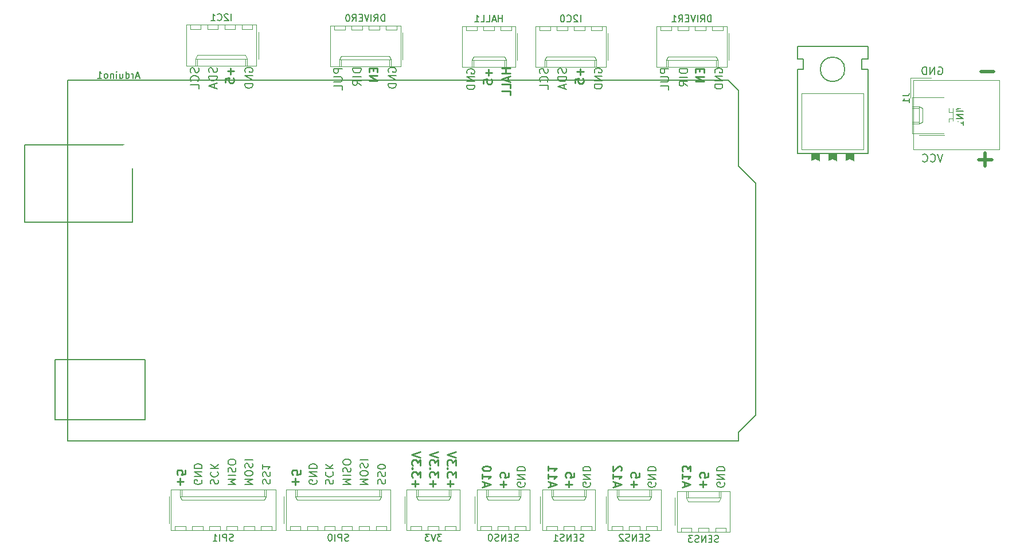
<source format=gbo>
G04 #@! TF.GenerationSoftware,KiCad,Pcbnew,5.1.5-52549c5~84~ubuntu18.04.1*
G04 #@! TF.CreationDate,2020-03-24T03:20:29+01:00*
G04 #@! TF.ProjectId,REES,52454553-2e6b-4696-9361-645f70636258,rev?*
G04 #@! TF.SameCoordinates,Original*
G04 #@! TF.FileFunction,Legend,Bot*
G04 #@! TF.FilePolarity,Positive*
%FSLAX46Y46*%
G04 Gerber Fmt 4.6, Leading zero omitted, Abs format (unit mm)*
G04 Created by KiCad (PCBNEW 5.1.5-52549c5~84~ubuntu18.04.1) date 2020-03-24 03:20:29*
%MOMM*%
%LPD*%
G04 APERTURE LIST*
%ADD10C,0.200000*%
%ADD11C,0.250000*%
%ADD12C,0.500000*%
%ADD13C,0.150000*%
%ADD14C,0.100000*%
%ADD15C,0.050800*%
%ADD16C,0.152400*%
%ADD17C,0.120000*%
%ADD18O,1.829200X1.829200*%
%ADD19C,3.302000*%
%ADD20R,1.802000X1.802000*%
%ADD21O,1.802000X1.802000*%
%ADD22R,2.302000X2.302000*%
%ADD23O,2.302000X2.302000*%
%ADD24C,3.912000*%
%ADD25O,1.880000X3.658000*%
%ADD26O,1.602000X1.152000*%
%ADD27R,1.602000X1.152000*%
%ADD28C,1.270400*%
%ADD29R,2.502000X2.502000*%
%ADD30C,1.602000*%
%ADD31C,1.211600*%
%ADD32C,1.402000*%
%ADD33C,3.404000*%
%ADD34O,1.719600X3.337200*%
%ADD35C,3.702000*%
%ADD36C,2.502000*%
%ADD37O,2.502000X2.502000*%
%ADD38C,1.702000*%
%ADD39O,1.702000X1.702000*%
%ADD40O,1.842000X2.302000*%
%ADD41O,4.102000X1.902000*%
%ADD42O,1.902000X4.102000*%
%ADD43R,1.902000X4.502000*%
%ADD44O,2.302000X1.842000*%
%ADD45R,3.102000X3.102000*%
%ADD46C,3.102000*%
G04 APERTURE END LIST*
D10*
X124479761Y-135507142D02*
X125629761Y-135507142D01*
X124808333Y-135123809D01*
X125629761Y-134740476D01*
X124479761Y-134740476D01*
X125629761Y-133973809D02*
X125629761Y-133754761D01*
X125575000Y-133645238D01*
X125465476Y-133535714D01*
X125246428Y-133480952D01*
X124863095Y-133480952D01*
X124644047Y-133535714D01*
X124534523Y-133645238D01*
X124479761Y-133754761D01*
X124479761Y-133973809D01*
X124534523Y-134083333D01*
X124644047Y-134192857D01*
X124863095Y-134247619D01*
X125246428Y-134247619D01*
X125465476Y-134192857D01*
X125575000Y-134083333D01*
X125629761Y-133973809D01*
X124534523Y-133042857D02*
X124479761Y-132878571D01*
X124479761Y-132604761D01*
X124534523Y-132495238D01*
X124589285Y-132440476D01*
X124698809Y-132385714D01*
X124808333Y-132385714D01*
X124917857Y-132440476D01*
X124972619Y-132495238D01*
X125027380Y-132604761D01*
X125082142Y-132823809D01*
X125136904Y-132933333D01*
X125191666Y-132988095D01*
X125301190Y-133042857D01*
X125410714Y-133042857D01*
X125520238Y-132988095D01*
X125575000Y-132933333D01*
X125629761Y-132823809D01*
X125629761Y-132549999D01*
X125575000Y-132385714D01*
X124479761Y-131892857D02*
X125629761Y-131892857D01*
X121979761Y-135507142D02*
X123129761Y-135507142D01*
X122308333Y-135123809D01*
X123129761Y-134740476D01*
X121979761Y-134740476D01*
X121979761Y-134192857D02*
X123129761Y-134192857D01*
X122034523Y-133699999D02*
X121979761Y-133535714D01*
X121979761Y-133261904D01*
X122034523Y-133152380D01*
X122089285Y-133097619D01*
X122198809Y-133042857D01*
X122308333Y-133042857D01*
X122417857Y-133097619D01*
X122472619Y-133152380D01*
X122527380Y-133261904D01*
X122582142Y-133480952D01*
X122636904Y-133590476D01*
X122691666Y-133645238D01*
X122801190Y-133699999D01*
X122910714Y-133699999D01*
X123020238Y-133645238D01*
X123075000Y-133590476D01*
X123129761Y-133480952D01*
X123129761Y-133207142D01*
X123075000Y-133042857D01*
X123129761Y-132330952D02*
X123129761Y-132111904D01*
X123075000Y-132002380D01*
X122965476Y-131892857D01*
X122746428Y-131838095D01*
X122363095Y-131838095D01*
X122144047Y-131892857D01*
X122034523Y-132002380D01*
X121979761Y-132111904D01*
X121979761Y-132330952D01*
X122034523Y-132440476D01*
X122144047Y-132549999D01*
X122363095Y-132604761D01*
X122746428Y-132604761D01*
X122965476Y-132549999D01*
X123075000Y-132440476D01*
X123129761Y-132330952D01*
X119434523Y-135478571D02*
X119379761Y-135314285D01*
X119379761Y-135040476D01*
X119434523Y-134930952D01*
X119489285Y-134876190D01*
X119598809Y-134821428D01*
X119708333Y-134821428D01*
X119817857Y-134876190D01*
X119872619Y-134930952D01*
X119927380Y-135040476D01*
X119982142Y-135259523D01*
X120036904Y-135369047D01*
X120091666Y-135423809D01*
X120201190Y-135478571D01*
X120310714Y-135478571D01*
X120420238Y-135423809D01*
X120475000Y-135369047D01*
X120529761Y-135259523D01*
X120529761Y-134985714D01*
X120475000Y-134821428D01*
X119489285Y-133671428D02*
X119434523Y-133726190D01*
X119379761Y-133890476D01*
X119379761Y-134000000D01*
X119434523Y-134164285D01*
X119544047Y-134273809D01*
X119653571Y-134328571D01*
X119872619Y-134383333D01*
X120036904Y-134383333D01*
X120255952Y-134328571D01*
X120365476Y-134273809D01*
X120475000Y-134164285D01*
X120529761Y-134000000D01*
X120529761Y-133890476D01*
X120475000Y-133726190D01*
X120420238Y-133671428D01*
X119379761Y-133178571D02*
X120529761Y-133178571D01*
X119379761Y-132521428D02*
X120036904Y-133014285D01*
X120529761Y-132521428D02*
X119872619Y-133178571D01*
X127134523Y-135423809D02*
X127079761Y-135259523D01*
X127079761Y-134985714D01*
X127134523Y-134876190D01*
X127189285Y-134821428D01*
X127298809Y-134766666D01*
X127408333Y-134766666D01*
X127517857Y-134821428D01*
X127572619Y-134876190D01*
X127627380Y-134985714D01*
X127682142Y-135204761D01*
X127736904Y-135314285D01*
X127791666Y-135369047D01*
X127901190Y-135423809D01*
X128010714Y-135423809D01*
X128120238Y-135369047D01*
X128175000Y-135314285D01*
X128229761Y-135204761D01*
X128229761Y-134930952D01*
X128175000Y-134766666D01*
X127134523Y-134328571D02*
X127079761Y-134164285D01*
X127079761Y-133890476D01*
X127134523Y-133780952D01*
X127189285Y-133726190D01*
X127298809Y-133671428D01*
X127408333Y-133671428D01*
X127517857Y-133726190D01*
X127572619Y-133780952D01*
X127627380Y-133890476D01*
X127682142Y-134109523D01*
X127736904Y-134219047D01*
X127791666Y-134273809D01*
X127901190Y-134328571D01*
X128010714Y-134328571D01*
X128120238Y-134273809D01*
X128175000Y-134219047D01*
X128229761Y-134109523D01*
X128229761Y-133835714D01*
X128175000Y-133671428D01*
X128229761Y-132959523D02*
X128229761Y-132850000D01*
X128175000Y-132740476D01*
X128120238Y-132685714D01*
X128010714Y-132630952D01*
X127791666Y-132576190D01*
X127517857Y-132576190D01*
X127298809Y-132630952D01*
X127189285Y-132685714D01*
X127134523Y-132740476D01*
X127079761Y-132850000D01*
X127079761Y-132959523D01*
X127134523Y-133069047D01*
X127189285Y-133123809D01*
X127298809Y-133178571D01*
X127517857Y-133233333D01*
X127791666Y-133233333D01*
X128010714Y-133178571D01*
X128120238Y-133123809D01*
X128175000Y-133069047D01*
X128229761Y-132959523D01*
D11*
X114910714Y-135571428D02*
X114910714Y-134619047D01*
X114434523Y-135095238D02*
X115386904Y-135095238D01*
X115684523Y-133428571D02*
X115684523Y-134023809D01*
X115089285Y-134083333D01*
X115148809Y-134023809D01*
X115208333Y-133904761D01*
X115208333Y-133607142D01*
X115148809Y-133488095D01*
X115089285Y-133428571D01*
X114970238Y-133369047D01*
X114672619Y-133369047D01*
X114553571Y-133428571D01*
X114494047Y-133488095D01*
X114434523Y-133607142D01*
X114434523Y-133904761D01*
X114494047Y-134023809D01*
X114553571Y-134083333D01*
D10*
X118075000Y-134876190D02*
X118129761Y-134985714D01*
X118129761Y-135150000D01*
X118075000Y-135314285D01*
X117965476Y-135423809D01*
X117855952Y-135478571D01*
X117636904Y-135533333D01*
X117472619Y-135533333D01*
X117253571Y-135478571D01*
X117144047Y-135423809D01*
X117034523Y-135314285D01*
X116979761Y-135150000D01*
X116979761Y-135040476D01*
X117034523Y-134876190D01*
X117089285Y-134821428D01*
X117472619Y-134821428D01*
X117472619Y-135040476D01*
X116979761Y-134328571D02*
X118129761Y-134328571D01*
X116979761Y-133671428D01*
X118129761Y-133671428D01*
X116979761Y-133123809D02*
X118129761Y-133123809D01*
X118129761Y-132850000D01*
X118075000Y-132685714D01*
X117965476Y-132576190D01*
X117855952Y-132521428D01*
X117636904Y-132466666D01*
X117472619Y-132466666D01*
X117253571Y-132521428D01*
X117144047Y-132576190D01*
X117034523Y-132685714D01*
X116979761Y-132850000D01*
X116979761Y-133123809D01*
X110134523Y-135423809D02*
X110079761Y-135259523D01*
X110079761Y-134985714D01*
X110134523Y-134876190D01*
X110189285Y-134821428D01*
X110298809Y-134766666D01*
X110408333Y-134766666D01*
X110517857Y-134821428D01*
X110572619Y-134876190D01*
X110627380Y-134985714D01*
X110682142Y-135204761D01*
X110736904Y-135314285D01*
X110791666Y-135369047D01*
X110901190Y-135423809D01*
X111010714Y-135423809D01*
X111120238Y-135369047D01*
X111175000Y-135314285D01*
X111229761Y-135204761D01*
X111229761Y-134930952D01*
X111175000Y-134766666D01*
X110134523Y-134328571D02*
X110079761Y-134164285D01*
X110079761Y-133890476D01*
X110134523Y-133780952D01*
X110189285Y-133726190D01*
X110298809Y-133671428D01*
X110408333Y-133671428D01*
X110517857Y-133726190D01*
X110572619Y-133780952D01*
X110627380Y-133890476D01*
X110682142Y-134109523D01*
X110736904Y-134219047D01*
X110791666Y-134273809D01*
X110901190Y-134328571D01*
X111010714Y-134328571D01*
X111120238Y-134273809D01*
X111175000Y-134219047D01*
X111229761Y-134109523D01*
X111229761Y-133835714D01*
X111175000Y-133671428D01*
X110079761Y-132576190D02*
X110079761Y-133233333D01*
X110079761Y-132904761D02*
X111229761Y-132904761D01*
X111065476Y-133014285D01*
X110955952Y-133123809D01*
X110901190Y-133233333D01*
X107479761Y-135507142D02*
X108629761Y-135507142D01*
X107808333Y-135123809D01*
X108629761Y-134740476D01*
X107479761Y-134740476D01*
X108629761Y-133973809D02*
X108629761Y-133754761D01*
X108575000Y-133645238D01*
X108465476Y-133535714D01*
X108246428Y-133480952D01*
X107863095Y-133480952D01*
X107644047Y-133535714D01*
X107534523Y-133645238D01*
X107479761Y-133754761D01*
X107479761Y-133973809D01*
X107534523Y-134083333D01*
X107644047Y-134192857D01*
X107863095Y-134247619D01*
X108246428Y-134247619D01*
X108465476Y-134192857D01*
X108575000Y-134083333D01*
X108629761Y-133973809D01*
X107534523Y-133042857D02*
X107479761Y-132878571D01*
X107479761Y-132604761D01*
X107534523Y-132495238D01*
X107589285Y-132440476D01*
X107698809Y-132385714D01*
X107808333Y-132385714D01*
X107917857Y-132440476D01*
X107972619Y-132495238D01*
X108027380Y-132604761D01*
X108082142Y-132823809D01*
X108136904Y-132933333D01*
X108191666Y-132988095D01*
X108301190Y-133042857D01*
X108410714Y-133042857D01*
X108520238Y-132988095D01*
X108575000Y-132933333D01*
X108629761Y-132823809D01*
X108629761Y-132549999D01*
X108575000Y-132385714D01*
X107479761Y-131892857D02*
X108629761Y-131892857D01*
X104979761Y-135507142D02*
X106129761Y-135507142D01*
X105308333Y-135123809D01*
X106129761Y-134740476D01*
X104979761Y-134740476D01*
X104979761Y-134192857D02*
X106129761Y-134192857D01*
X105034523Y-133699999D02*
X104979761Y-133535714D01*
X104979761Y-133261904D01*
X105034523Y-133152380D01*
X105089285Y-133097619D01*
X105198809Y-133042857D01*
X105308333Y-133042857D01*
X105417857Y-133097619D01*
X105472619Y-133152380D01*
X105527380Y-133261904D01*
X105582142Y-133480952D01*
X105636904Y-133590476D01*
X105691666Y-133645238D01*
X105801190Y-133699999D01*
X105910714Y-133699999D01*
X106020238Y-133645238D01*
X106075000Y-133590476D01*
X106129761Y-133480952D01*
X106129761Y-133207142D01*
X106075000Y-133042857D01*
X106129761Y-132330952D02*
X106129761Y-132111904D01*
X106075000Y-132002380D01*
X105965476Y-131892857D01*
X105746428Y-131838095D01*
X105363095Y-131838095D01*
X105144047Y-131892857D01*
X105034523Y-132002380D01*
X104979761Y-132111904D01*
X104979761Y-132330952D01*
X105034523Y-132440476D01*
X105144047Y-132549999D01*
X105363095Y-132604761D01*
X105746428Y-132604761D01*
X105965476Y-132549999D01*
X106075000Y-132440476D01*
X106129761Y-132330952D01*
X102434523Y-135478571D02*
X102379761Y-135314285D01*
X102379761Y-135040476D01*
X102434523Y-134930952D01*
X102489285Y-134876190D01*
X102598809Y-134821428D01*
X102708333Y-134821428D01*
X102817857Y-134876190D01*
X102872619Y-134930952D01*
X102927380Y-135040476D01*
X102982142Y-135259523D01*
X103036904Y-135369047D01*
X103091666Y-135423809D01*
X103201190Y-135478571D01*
X103310714Y-135478571D01*
X103420238Y-135423809D01*
X103475000Y-135369047D01*
X103529761Y-135259523D01*
X103529761Y-134985714D01*
X103475000Y-134821428D01*
X102489285Y-133671428D02*
X102434523Y-133726190D01*
X102379761Y-133890476D01*
X102379761Y-134000000D01*
X102434523Y-134164285D01*
X102544047Y-134273809D01*
X102653571Y-134328571D01*
X102872619Y-134383333D01*
X103036904Y-134383333D01*
X103255952Y-134328571D01*
X103365476Y-134273809D01*
X103475000Y-134164285D01*
X103529761Y-134000000D01*
X103529761Y-133890476D01*
X103475000Y-133726190D01*
X103420238Y-133671428D01*
X102379761Y-133178571D02*
X103529761Y-133178571D01*
X102379761Y-132521428D02*
X103036904Y-133014285D01*
X103529761Y-132521428D02*
X102872619Y-133178571D01*
X101075000Y-134876190D02*
X101129761Y-134985714D01*
X101129761Y-135150000D01*
X101075000Y-135314285D01*
X100965476Y-135423809D01*
X100855952Y-135478571D01*
X100636904Y-135533333D01*
X100472619Y-135533333D01*
X100253571Y-135478571D01*
X100144047Y-135423809D01*
X100034523Y-135314285D01*
X99979761Y-135150000D01*
X99979761Y-135040476D01*
X100034523Y-134876190D01*
X100089285Y-134821428D01*
X100472619Y-134821428D01*
X100472619Y-135040476D01*
X99979761Y-134328571D02*
X101129761Y-134328571D01*
X99979761Y-133671428D01*
X101129761Y-133671428D01*
X99979761Y-133123809D02*
X101129761Y-133123809D01*
X101129761Y-132850000D01*
X101075000Y-132685714D01*
X100965476Y-132576190D01*
X100855952Y-132521428D01*
X100636904Y-132466666D01*
X100472619Y-132466666D01*
X100253571Y-132521428D01*
X100144047Y-132576190D01*
X100034523Y-132685714D01*
X99979761Y-132850000D01*
X99979761Y-133123809D01*
D11*
X97910714Y-135571428D02*
X97910714Y-134619047D01*
X97434523Y-135095238D02*
X98386904Y-135095238D01*
X98684523Y-133428571D02*
X98684523Y-134023809D01*
X98089285Y-134083333D01*
X98148809Y-134023809D01*
X98208333Y-133904761D01*
X98208333Y-133607142D01*
X98148809Y-133488095D01*
X98089285Y-133428571D01*
X97970238Y-133369047D01*
X97672619Y-133369047D01*
X97553571Y-133428571D01*
X97494047Y-133488095D01*
X97434523Y-133607142D01*
X97434523Y-133904761D01*
X97494047Y-134023809D01*
X97553571Y-134083333D01*
X132610714Y-135900000D02*
X132610714Y-134947619D01*
X132134523Y-135423809D02*
X133086904Y-135423809D01*
X133384523Y-134471428D02*
X133384523Y-133697619D01*
X132908333Y-134114285D01*
X132908333Y-133935714D01*
X132848809Y-133816666D01*
X132789285Y-133757142D01*
X132670238Y-133697619D01*
X132372619Y-133697619D01*
X132253571Y-133757142D01*
X132194047Y-133816666D01*
X132134523Y-133935714D01*
X132134523Y-134292857D01*
X132194047Y-134411904D01*
X132253571Y-134471428D01*
X132253571Y-133161904D02*
X132194047Y-133102380D01*
X132134523Y-133161904D01*
X132194047Y-133221428D01*
X132253571Y-133161904D01*
X132134523Y-133161904D01*
X133384523Y-132685714D02*
X133384523Y-131911904D01*
X132908333Y-132328571D01*
X132908333Y-132150000D01*
X132848809Y-132030952D01*
X132789285Y-131971428D01*
X132670238Y-131911904D01*
X132372619Y-131911904D01*
X132253571Y-131971428D01*
X132194047Y-132030952D01*
X132134523Y-132150000D01*
X132134523Y-132507142D01*
X132194047Y-132626190D01*
X132253571Y-132685714D01*
X133384523Y-131554761D02*
X132134523Y-131138095D01*
X133384523Y-130721428D01*
X137810714Y-135900000D02*
X137810714Y-134947619D01*
X137334523Y-135423809D02*
X138286904Y-135423809D01*
X138584523Y-134471428D02*
X138584523Y-133697619D01*
X138108333Y-134114285D01*
X138108333Y-133935714D01*
X138048809Y-133816666D01*
X137989285Y-133757142D01*
X137870238Y-133697619D01*
X137572619Y-133697619D01*
X137453571Y-133757142D01*
X137394047Y-133816666D01*
X137334523Y-133935714D01*
X137334523Y-134292857D01*
X137394047Y-134411904D01*
X137453571Y-134471428D01*
X137453571Y-133161904D02*
X137394047Y-133102380D01*
X137334523Y-133161904D01*
X137394047Y-133221428D01*
X137453571Y-133161904D01*
X137334523Y-133161904D01*
X138584523Y-132685714D02*
X138584523Y-131911904D01*
X138108333Y-132328571D01*
X138108333Y-132150000D01*
X138048809Y-132030952D01*
X137989285Y-131971428D01*
X137870238Y-131911904D01*
X137572619Y-131911904D01*
X137453571Y-131971428D01*
X137394047Y-132030952D01*
X137334523Y-132150000D01*
X137334523Y-132507142D01*
X137394047Y-132626190D01*
X137453571Y-132685714D01*
X138584523Y-131554761D02*
X137334523Y-131138095D01*
X138584523Y-130721428D01*
X135210714Y-135900000D02*
X135210714Y-134947619D01*
X134734523Y-135423809D02*
X135686904Y-135423809D01*
X135984523Y-134471428D02*
X135984523Y-133697619D01*
X135508333Y-134114285D01*
X135508333Y-133935714D01*
X135448809Y-133816666D01*
X135389285Y-133757142D01*
X135270238Y-133697619D01*
X134972619Y-133697619D01*
X134853571Y-133757142D01*
X134794047Y-133816666D01*
X134734523Y-133935714D01*
X134734523Y-134292857D01*
X134794047Y-134411904D01*
X134853571Y-134471428D01*
X134853571Y-133161904D02*
X134794047Y-133102380D01*
X134734523Y-133161904D01*
X134794047Y-133221428D01*
X134853571Y-133161904D01*
X134734523Y-133161904D01*
X135984523Y-132685714D02*
X135984523Y-131911904D01*
X135508333Y-132328571D01*
X135508333Y-132150000D01*
X135448809Y-132030952D01*
X135389285Y-131971428D01*
X135270238Y-131911904D01*
X134972619Y-131911904D01*
X134853571Y-131971428D01*
X134794047Y-132030952D01*
X134734523Y-132150000D01*
X134734523Y-132507142D01*
X134794047Y-132626190D01*
X134853571Y-132685714D01*
X135984523Y-131554761D02*
X134734523Y-131138095D01*
X135984523Y-130721428D01*
X172391666Y-135788095D02*
X172391666Y-135192857D01*
X172034523Y-135907142D02*
X173284523Y-135490476D01*
X172034523Y-135073809D01*
X172034523Y-134002380D02*
X172034523Y-134716666D01*
X172034523Y-134359523D02*
X173284523Y-134359523D01*
X173105952Y-134478571D01*
X172986904Y-134597619D01*
X172927380Y-134716666D01*
X173284523Y-133585714D02*
X173284523Y-132811904D01*
X172808333Y-133228571D01*
X172808333Y-133050000D01*
X172748809Y-132930952D01*
X172689285Y-132871428D01*
X172570238Y-132811904D01*
X172272619Y-132811904D01*
X172153571Y-132871428D01*
X172094047Y-132930952D01*
X172034523Y-133050000D01*
X172034523Y-133407142D01*
X172094047Y-133526190D01*
X172153571Y-133585714D01*
X175110714Y-135971428D02*
X175110714Y-135019047D01*
X174634523Y-135495238D02*
X175586904Y-135495238D01*
X175884523Y-133828571D02*
X175884523Y-134423809D01*
X175289285Y-134483333D01*
X175348809Y-134423809D01*
X175408333Y-134304761D01*
X175408333Y-134007142D01*
X175348809Y-133888095D01*
X175289285Y-133828571D01*
X175170238Y-133769047D01*
X174872619Y-133769047D01*
X174753571Y-133828571D01*
X174694047Y-133888095D01*
X174634523Y-134007142D01*
X174634523Y-134304761D01*
X174694047Y-134423809D01*
X174753571Y-134483333D01*
D10*
X178275000Y-135276190D02*
X178329761Y-135385714D01*
X178329761Y-135550000D01*
X178275000Y-135714285D01*
X178165476Y-135823809D01*
X178055952Y-135878571D01*
X177836904Y-135933333D01*
X177672619Y-135933333D01*
X177453571Y-135878571D01*
X177344047Y-135823809D01*
X177234523Y-135714285D01*
X177179761Y-135550000D01*
X177179761Y-135440476D01*
X177234523Y-135276190D01*
X177289285Y-135221428D01*
X177672619Y-135221428D01*
X177672619Y-135440476D01*
X177179761Y-134728571D02*
X178329761Y-134728571D01*
X177179761Y-134071428D01*
X178329761Y-134071428D01*
X177179761Y-133523809D02*
X178329761Y-133523809D01*
X178329761Y-133250000D01*
X178275000Y-133085714D01*
X178165476Y-132976190D01*
X178055952Y-132921428D01*
X177836904Y-132866666D01*
X177672619Y-132866666D01*
X177453571Y-132921428D01*
X177344047Y-132976190D01*
X177234523Y-133085714D01*
X177179761Y-133250000D01*
X177179761Y-133523809D01*
X168075000Y-135276190D02*
X168129761Y-135385714D01*
X168129761Y-135550000D01*
X168075000Y-135714285D01*
X167965476Y-135823809D01*
X167855952Y-135878571D01*
X167636904Y-135933333D01*
X167472619Y-135933333D01*
X167253571Y-135878571D01*
X167144047Y-135823809D01*
X167034523Y-135714285D01*
X166979761Y-135550000D01*
X166979761Y-135440476D01*
X167034523Y-135276190D01*
X167089285Y-135221428D01*
X167472619Y-135221428D01*
X167472619Y-135440476D01*
X166979761Y-134728571D02*
X168129761Y-134728571D01*
X166979761Y-134071428D01*
X168129761Y-134071428D01*
X166979761Y-133523809D02*
X168129761Y-133523809D01*
X168129761Y-133250000D01*
X168075000Y-133085714D01*
X167965476Y-132976190D01*
X167855952Y-132921428D01*
X167636904Y-132866666D01*
X167472619Y-132866666D01*
X167253571Y-132921428D01*
X167144047Y-132976190D01*
X167034523Y-133085714D01*
X166979761Y-133250000D01*
X166979761Y-133523809D01*
D11*
X164910714Y-135971428D02*
X164910714Y-135019047D01*
X164434523Y-135495238D02*
X165386904Y-135495238D01*
X165684523Y-133828571D02*
X165684523Y-134423809D01*
X165089285Y-134483333D01*
X165148809Y-134423809D01*
X165208333Y-134304761D01*
X165208333Y-134007142D01*
X165148809Y-133888095D01*
X165089285Y-133828571D01*
X164970238Y-133769047D01*
X164672619Y-133769047D01*
X164553571Y-133828571D01*
X164494047Y-133888095D01*
X164434523Y-134007142D01*
X164434523Y-134304761D01*
X164494047Y-134423809D01*
X164553571Y-134483333D01*
X162191666Y-135788095D02*
X162191666Y-135192857D01*
X161834523Y-135907142D02*
X163084523Y-135490476D01*
X161834523Y-135073809D01*
X161834523Y-134002380D02*
X161834523Y-134716666D01*
X161834523Y-134359523D02*
X163084523Y-134359523D01*
X162905952Y-134478571D01*
X162786904Y-134597619D01*
X162727380Y-134716666D01*
X162965476Y-133526190D02*
X163025000Y-133466666D01*
X163084523Y-133347619D01*
X163084523Y-133050000D01*
X163025000Y-132930952D01*
X162965476Y-132871428D01*
X162846428Y-132811904D01*
X162727380Y-132811904D01*
X162548809Y-132871428D01*
X161834523Y-133585714D01*
X161834523Y-132811904D01*
D10*
X148775000Y-135276190D02*
X148829761Y-135385714D01*
X148829761Y-135550000D01*
X148775000Y-135714285D01*
X148665476Y-135823809D01*
X148555952Y-135878571D01*
X148336904Y-135933333D01*
X148172619Y-135933333D01*
X147953571Y-135878571D01*
X147844047Y-135823809D01*
X147734523Y-135714285D01*
X147679761Y-135550000D01*
X147679761Y-135440476D01*
X147734523Y-135276190D01*
X147789285Y-135221428D01*
X148172619Y-135221428D01*
X148172619Y-135440476D01*
X147679761Y-134728571D02*
X148829761Y-134728571D01*
X147679761Y-134071428D01*
X148829761Y-134071428D01*
X147679761Y-133523809D02*
X148829761Y-133523809D01*
X148829761Y-133250000D01*
X148775000Y-133085714D01*
X148665476Y-132976190D01*
X148555952Y-132921428D01*
X148336904Y-132866666D01*
X148172619Y-132866666D01*
X147953571Y-132921428D01*
X147844047Y-132976190D01*
X147734523Y-133085714D01*
X147679761Y-133250000D01*
X147679761Y-133523809D01*
D11*
X145610714Y-135971428D02*
X145610714Y-135019047D01*
X145134523Y-135495238D02*
X146086904Y-135495238D01*
X146384523Y-133828571D02*
X146384523Y-134423809D01*
X145789285Y-134483333D01*
X145848809Y-134423809D01*
X145908333Y-134304761D01*
X145908333Y-134007142D01*
X145848809Y-133888095D01*
X145789285Y-133828571D01*
X145670238Y-133769047D01*
X145372619Y-133769047D01*
X145253571Y-133828571D01*
X145194047Y-133888095D01*
X145134523Y-134007142D01*
X145134523Y-134304761D01*
X145194047Y-134423809D01*
X145253571Y-134483333D01*
X142891666Y-135788095D02*
X142891666Y-135192857D01*
X142534523Y-135907142D02*
X143784523Y-135490476D01*
X142534523Y-135073809D01*
X142534523Y-134002380D02*
X142534523Y-134716666D01*
X142534523Y-134359523D02*
X143784523Y-134359523D01*
X143605952Y-134478571D01*
X143486904Y-134597619D01*
X143427380Y-134716666D01*
X143784523Y-133228571D02*
X143784523Y-133109523D01*
X143725000Y-132990476D01*
X143665476Y-132930952D01*
X143546428Y-132871428D01*
X143308333Y-132811904D01*
X143010714Y-132811904D01*
X142772619Y-132871428D01*
X142653571Y-132930952D01*
X142594047Y-132990476D01*
X142534523Y-133109523D01*
X142534523Y-133228571D01*
X142594047Y-133347619D01*
X142653571Y-133407142D01*
X142772619Y-133466666D01*
X143010714Y-133526190D01*
X143308333Y-133526190D01*
X143546428Y-133466666D01*
X143665476Y-133407142D01*
X143725000Y-133347619D01*
X143784523Y-133228571D01*
X152591666Y-135788095D02*
X152591666Y-135192857D01*
X152234523Y-135907142D02*
X153484523Y-135490476D01*
X152234523Y-135073809D01*
X152234523Y-134002380D02*
X152234523Y-134716666D01*
X152234523Y-134359523D02*
X153484523Y-134359523D01*
X153305952Y-134478571D01*
X153186904Y-134597619D01*
X153127380Y-134716666D01*
X152234523Y-132811904D02*
X152234523Y-133526190D01*
X152234523Y-133169047D02*
X153484523Y-133169047D01*
X153305952Y-133288095D01*
X153186904Y-133407142D01*
X153127380Y-133526190D01*
D10*
X158475000Y-135276190D02*
X158529761Y-135385714D01*
X158529761Y-135550000D01*
X158475000Y-135714285D01*
X158365476Y-135823809D01*
X158255952Y-135878571D01*
X158036904Y-135933333D01*
X157872619Y-135933333D01*
X157653571Y-135878571D01*
X157544047Y-135823809D01*
X157434523Y-135714285D01*
X157379761Y-135550000D01*
X157379761Y-135440476D01*
X157434523Y-135276190D01*
X157489285Y-135221428D01*
X157872619Y-135221428D01*
X157872619Y-135440476D01*
X157379761Y-134728571D02*
X158529761Y-134728571D01*
X157379761Y-134071428D01*
X158529761Y-134071428D01*
X157379761Y-133523809D02*
X158529761Y-133523809D01*
X158529761Y-133250000D01*
X158475000Y-133085714D01*
X158365476Y-132976190D01*
X158255952Y-132921428D01*
X158036904Y-132866666D01*
X157872619Y-132866666D01*
X157653571Y-132921428D01*
X157544047Y-132976190D01*
X157434523Y-133085714D01*
X157379761Y-133250000D01*
X157379761Y-133523809D01*
D11*
X155310714Y-135971428D02*
X155310714Y-135019047D01*
X154834523Y-135495238D02*
X155786904Y-135495238D01*
X156084523Y-133828571D02*
X156084523Y-134423809D01*
X155489285Y-134483333D01*
X155548809Y-134423809D01*
X155608333Y-134304761D01*
X155608333Y-134007142D01*
X155548809Y-133888095D01*
X155489285Y-133828571D01*
X155370238Y-133769047D01*
X155072619Y-133769047D01*
X154953571Y-133828571D01*
X154894047Y-133888095D01*
X154834523Y-134007142D01*
X154834523Y-134304761D01*
X154894047Y-134423809D01*
X154953571Y-134483333D01*
D12*
X218052380Y-74478571D02*
X216147619Y-74478571D01*
X217752380Y-87478571D02*
X215847619Y-87478571D01*
X216800000Y-88430952D02*
X216800000Y-86526190D01*
D10*
X210533333Y-86670238D02*
X210150000Y-87820238D01*
X209766666Y-86670238D01*
X208726190Y-87710714D02*
X208780952Y-87765476D01*
X208945238Y-87820238D01*
X209054761Y-87820238D01*
X209219047Y-87765476D01*
X209328571Y-87655952D01*
X209383333Y-87546428D01*
X209438095Y-87327380D01*
X209438095Y-87163095D01*
X209383333Y-86944047D01*
X209328571Y-86834523D01*
X209219047Y-86725000D01*
X209054761Y-86670238D01*
X208945238Y-86670238D01*
X208780952Y-86725000D01*
X208726190Y-86779761D01*
X207576190Y-87710714D02*
X207630952Y-87765476D01*
X207795238Y-87820238D01*
X207904761Y-87820238D01*
X208069047Y-87765476D01*
X208178571Y-87655952D01*
X208233333Y-87546428D01*
X208288095Y-87327380D01*
X208288095Y-87163095D01*
X208233333Y-86944047D01*
X208178571Y-86834523D01*
X208069047Y-86725000D01*
X207904761Y-86670238D01*
X207795238Y-86670238D01*
X207630952Y-86725000D01*
X207576190Y-86779761D01*
X209876190Y-73825000D02*
X209985714Y-73770238D01*
X210150000Y-73770238D01*
X210314285Y-73825000D01*
X210423809Y-73934523D01*
X210478571Y-74044047D01*
X210533333Y-74263095D01*
X210533333Y-74427380D01*
X210478571Y-74646428D01*
X210423809Y-74755952D01*
X210314285Y-74865476D01*
X210150000Y-74920238D01*
X210040476Y-74920238D01*
X209876190Y-74865476D01*
X209821428Y-74810714D01*
X209821428Y-74427380D01*
X210040476Y-74427380D01*
X209328571Y-74920238D02*
X209328571Y-73770238D01*
X208671428Y-74920238D01*
X208671428Y-73770238D01*
X208123809Y-74920238D02*
X208123809Y-73770238D01*
X207850000Y-73770238D01*
X207685714Y-73825000D01*
X207576190Y-73934523D01*
X207521428Y-74044047D01*
X207466666Y-74263095D01*
X207466666Y-74427380D01*
X207521428Y-74646428D01*
X207576190Y-74755952D01*
X207685714Y-74865476D01*
X207850000Y-74920238D01*
X208123809Y-74920238D01*
D11*
X146665476Y-73995238D02*
X145415476Y-73995238D01*
X146010714Y-73995238D02*
X146010714Y-74709523D01*
X146665476Y-74709523D02*
X145415476Y-74709523D01*
X146308333Y-75245238D02*
X146308333Y-75840476D01*
X146665476Y-75126190D02*
X145415476Y-75542857D01*
X146665476Y-75959523D01*
X146665476Y-76971428D02*
X146665476Y-76376190D01*
X145415476Y-76376190D01*
X146665476Y-77983333D02*
X146665476Y-77388095D01*
X145415476Y-77388095D01*
X143489285Y-74128571D02*
X143489285Y-75080952D01*
X143965476Y-74604761D02*
X143013095Y-74604761D01*
X142715476Y-76271428D02*
X142715476Y-75676190D01*
X143310714Y-75616666D01*
X143251190Y-75676190D01*
X143191666Y-75795238D01*
X143191666Y-76092857D01*
X143251190Y-76211904D01*
X143310714Y-76271428D01*
X143429761Y-76330952D01*
X143727380Y-76330952D01*
X143846428Y-76271428D01*
X143905952Y-76211904D01*
X143965476Y-76092857D01*
X143965476Y-75795238D01*
X143905952Y-75676190D01*
X143846428Y-75616666D01*
D10*
X140325000Y-74723809D02*
X140270238Y-74614285D01*
X140270238Y-74450000D01*
X140325000Y-74285714D01*
X140434523Y-74176190D01*
X140544047Y-74121428D01*
X140763095Y-74066666D01*
X140927380Y-74066666D01*
X141146428Y-74121428D01*
X141255952Y-74176190D01*
X141365476Y-74285714D01*
X141420238Y-74450000D01*
X141420238Y-74559523D01*
X141365476Y-74723809D01*
X141310714Y-74778571D01*
X140927380Y-74778571D01*
X140927380Y-74559523D01*
X141420238Y-75271428D02*
X140270238Y-75271428D01*
X141420238Y-75928571D01*
X140270238Y-75928571D01*
X141420238Y-76476190D02*
X140270238Y-76476190D01*
X140270238Y-76750000D01*
X140325000Y-76914285D01*
X140434523Y-77023809D01*
X140544047Y-77078571D01*
X140763095Y-77133333D01*
X140927380Y-77133333D01*
X141146428Y-77078571D01*
X141255952Y-77023809D01*
X141365476Y-76914285D01*
X141420238Y-76750000D01*
X141420238Y-76476190D01*
X170065476Y-74011904D02*
X168815476Y-74011904D01*
X168815476Y-74488095D01*
X168875000Y-74607142D01*
X168934523Y-74666666D01*
X169053571Y-74726190D01*
X169232142Y-74726190D01*
X169351190Y-74666666D01*
X169410714Y-74607142D01*
X169470238Y-74488095D01*
X169470238Y-74011904D01*
X168815476Y-75261904D02*
X169827380Y-75261904D01*
X169946428Y-75321428D01*
X170005952Y-75380952D01*
X170065476Y-75500000D01*
X170065476Y-75738095D01*
X170005952Y-75857142D01*
X169946428Y-75916666D01*
X169827380Y-75976190D01*
X168815476Y-75976190D01*
X170065476Y-77166666D02*
X170065476Y-76571428D01*
X168815476Y-76571428D01*
D11*
X174610714Y-74077380D02*
X174610714Y-74494047D01*
X175265476Y-74672619D02*
X175265476Y-74077380D01*
X174015476Y-74077380D01*
X174015476Y-74672619D01*
X175265476Y-75208333D02*
X174015476Y-75208333D01*
X175265476Y-75922619D01*
X174015476Y-75922619D01*
D10*
X172865476Y-74050000D02*
X171615476Y-74050000D01*
X171615476Y-74347619D01*
X171675000Y-74526190D01*
X171794047Y-74645238D01*
X171913095Y-74704761D01*
X172151190Y-74764285D01*
X172329761Y-74764285D01*
X172567857Y-74704761D01*
X172686904Y-74645238D01*
X172805952Y-74526190D01*
X172865476Y-74347619D01*
X172865476Y-74050000D01*
X172865476Y-75300000D02*
X171615476Y-75300000D01*
X172865476Y-76609523D02*
X172270238Y-76192857D01*
X172865476Y-75895238D02*
X171615476Y-75895238D01*
X171615476Y-76371428D01*
X171675000Y-76490476D01*
X171734523Y-76550000D01*
X171853571Y-76609523D01*
X172032142Y-76609523D01*
X172151190Y-76550000D01*
X172210714Y-76490476D01*
X172270238Y-76371428D01*
X172270238Y-75895238D01*
X176925000Y-74623809D02*
X176870238Y-74514285D01*
X176870238Y-74350000D01*
X176925000Y-74185714D01*
X177034523Y-74076190D01*
X177144047Y-74021428D01*
X177363095Y-73966666D01*
X177527380Y-73966666D01*
X177746428Y-74021428D01*
X177855952Y-74076190D01*
X177965476Y-74185714D01*
X178020238Y-74350000D01*
X178020238Y-74459523D01*
X177965476Y-74623809D01*
X177910714Y-74678571D01*
X177527380Y-74678571D01*
X177527380Y-74459523D01*
X178020238Y-75171428D02*
X176870238Y-75171428D01*
X178020238Y-75828571D01*
X176870238Y-75828571D01*
X178020238Y-76376190D02*
X176870238Y-76376190D01*
X176870238Y-76650000D01*
X176925000Y-76814285D01*
X177034523Y-76923809D01*
X177144047Y-76978571D01*
X177363095Y-77033333D01*
X177527380Y-77033333D01*
X177746428Y-76978571D01*
X177855952Y-76923809D01*
X177965476Y-76814285D01*
X178020238Y-76650000D01*
X178020238Y-76376190D01*
X121865476Y-74011904D02*
X120615476Y-74011904D01*
X120615476Y-74488095D01*
X120675000Y-74607142D01*
X120734523Y-74666666D01*
X120853571Y-74726190D01*
X121032142Y-74726190D01*
X121151190Y-74666666D01*
X121210714Y-74607142D01*
X121270238Y-74488095D01*
X121270238Y-74011904D01*
X120615476Y-75261904D02*
X121627380Y-75261904D01*
X121746428Y-75321428D01*
X121805952Y-75380952D01*
X121865476Y-75500000D01*
X121865476Y-75738095D01*
X121805952Y-75857142D01*
X121746428Y-75916666D01*
X121627380Y-75976190D01*
X120615476Y-75976190D01*
X121865476Y-77166666D02*
X121865476Y-76571428D01*
X120615476Y-76571428D01*
X128725000Y-74523809D02*
X128670238Y-74414285D01*
X128670238Y-74250000D01*
X128725000Y-74085714D01*
X128834523Y-73976190D01*
X128944047Y-73921428D01*
X129163095Y-73866666D01*
X129327380Y-73866666D01*
X129546428Y-73921428D01*
X129655952Y-73976190D01*
X129765476Y-74085714D01*
X129820238Y-74250000D01*
X129820238Y-74359523D01*
X129765476Y-74523809D01*
X129710714Y-74578571D01*
X129327380Y-74578571D01*
X129327380Y-74359523D01*
X129820238Y-75071428D02*
X128670238Y-75071428D01*
X129820238Y-75728571D01*
X128670238Y-75728571D01*
X129820238Y-76276190D02*
X128670238Y-76276190D01*
X128670238Y-76550000D01*
X128725000Y-76714285D01*
X128834523Y-76823809D01*
X128944047Y-76878571D01*
X129163095Y-76933333D01*
X129327380Y-76933333D01*
X129546428Y-76878571D01*
X129655952Y-76823809D01*
X129765476Y-76714285D01*
X129820238Y-76550000D01*
X129820238Y-76276190D01*
D11*
X126410714Y-73977380D02*
X126410714Y-74394047D01*
X127065476Y-74572619D02*
X127065476Y-73977380D01*
X125815476Y-73977380D01*
X125815476Y-74572619D01*
X127065476Y-75108333D02*
X125815476Y-75108333D01*
X127065476Y-75822619D01*
X125815476Y-75822619D01*
D10*
X124665476Y-73950000D02*
X123415476Y-73950000D01*
X123415476Y-74247619D01*
X123475000Y-74426190D01*
X123594047Y-74545238D01*
X123713095Y-74604761D01*
X123951190Y-74664285D01*
X124129761Y-74664285D01*
X124367857Y-74604761D01*
X124486904Y-74545238D01*
X124605952Y-74426190D01*
X124665476Y-74247619D01*
X124665476Y-73950000D01*
X124665476Y-75200000D02*
X123415476Y-75200000D01*
X124665476Y-76509523D02*
X124070238Y-76092857D01*
X124665476Y-75795238D02*
X123415476Y-75795238D01*
X123415476Y-76271428D01*
X123475000Y-76390476D01*
X123534523Y-76450000D01*
X123653571Y-76509523D01*
X123832142Y-76509523D01*
X123951190Y-76450000D01*
X124010714Y-76390476D01*
X124070238Y-76271428D01*
X124070238Y-75795238D01*
X159125000Y-74623809D02*
X159070238Y-74514285D01*
X159070238Y-74350000D01*
X159125000Y-74185714D01*
X159234523Y-74076190D01*
X159344047Y-74021428D01*
X159563095Y-73966666D01*
X159727380Y-73966666D01*
X159946428Y-74021428D01*
X160055952Y-74076190D01*
X160165476Y-74185714D01*
X160220238Y-74350000D01*
X160220238Y-74459523D01*
X160165476Y-74623809D01*
X160110714Y-74678571D01*
X159727380Y-74678571D01*
X159727380Y-74459523D01*
X160220238Y-75171428D02*
X159070238Y-75171428D01*
X160220238Y-75828571D01*
X159070238Y-75828571D01*
X160220238Y-76376190D02*
X159070238Y-76376190D01*
X159070238Y-76650000D01*
X159125000Y-76814285D01*
X159234523Y-76923809D01*
X159344047Y-76978571D01*
X159563095Y-77033333D01*
X159727380Y-77033333D01*
X159946428Y-76978571D01*
X160055952Y-76923809D01*
X160165476Y-76814285D01*
X160220238Y-76650000D01*
X160220238Y-76376190D01*
D11*
X156989285Y-74028571D02*
X156989285Y-74980952D01*
X157465476Y-74504761D02*
X156513095Y-74504761D01*
X156215476Y-76171428D02*
X156215476Y-75576190D01*
X156810714Y-75516666D01*
X156751190Y-75576190D01*
X156691666Y-75695238D01*
X156691666Y-75992857D01*
X156751190Y-76111904D01*
X156810714Y-76171428D01*
X156929761Y-76230952D01*
X157227380Y-76230952D01*
X157346428Y-76171428D01*
X157405952Y-76111904D01*
X157465476Y-75992857D01*
X157465476Y-75695238D01*
X157405952Y-75576190D01*
X157346428Y-75516666D01*
D10*
X152205952Y-74011904D02*
X152265476Y-74190476D01*
X152265476Y-74488095D01*
X152205952Y-74607142D01*
X152146428Y-74666666D01*
X152027380Y-74726190D01*
X151908333Y-74726190D01*
X151789285Y-74666666D01*
X151729761Y-74607142D01*
X151670238Y-74488095D01*
X151610714Y-74250000D01*
X151551190Y-74130952D01*
X151491666Y-74071428D01*
X151372619Y-74011904D01*
X151253571Y-74011904D01*
X151134523Y-74071428D01*
X151075000Y-74130952D01*
X151015476Y-74250000D01*
X151015476Y-74547619D01*
X151075000Y-74726190D01*
X152146428Y-75976190D02*
X152205952Y-75916666D01*
X152265476Y-75738095D01*
X152265476Y-75619047D01*
X152205952Y-75440476D01*
X152086904Y-75321428D01*
X151967857Y-75261904D01*
X151729761Y-75202380D01*
X151551190Y-75202380D01*
X151313095Y-75261904D01*
X151194047Y-75321428D01*
X151075000Y-75440476D01*
X151015476Y-75619047D01*
X151015476Y-75738095D01*
X151075000Y-75916666D01*
X151134523Y-75976190D01*
X152265476Y-77107142D02*
X152265476Y-76511904D01*
X151015476Y-76511904D01*
X154905952Y-73982142D02*
X154965476Y-74160714D01*
X154965476Y-74458333D01*
X154905952Y-74577380D01*
X154846428Y-74636904D01*
X154727380Y-74696428D01*
X154608333Y-74696428D01*
X154489285Y-74636904D01*
X154429761Y-74577380D01*
X154370238Y-74458333D01*
X154310714Y-74220238D01*
X154251190Y-74101190D01*
X154191666Y-74041666D01*
X154072619Y-73982142D01*
X153953571Y-73982142D01*
X153834523Y-74041666D01*
X153775000Y-74101190D01*
X153715476Y-74220238D01*
X153715476Y-74517857D01*
X153775000Y-74696428D01*
X154965476Y-75232142D02*
X153715476Y-75232142D01*
X153715476Y-75529761D01*
X153775000Y-75708333D01*
X153894047Y-75827380D01*
X154013095Y-75886904D01*
X154251190Y-75946428D01*
X154429761Y-75946428D01*
X154667857Y-75886904D01*
X154786904Y-75827380D01*
X154905952Y-75708333D01*
X154965476Y-75529761D01*
X154965476Y-75232142D01*
X154608333Y-76422619D02*
X154608333Y-77017857D01*
X154965476Y-76303571D02*
X153715476Y-76720238D01*
X154965476Y-77136904D01*
X107525000Y-74523809D02*
X107470238Y-74414285D01*
X107470238Y-74250000D01*
X107525000Y-74085714D01*
X107634523Y-73976190D01*
X107744047Y-73921428D01*
X107963095Y-73866666D01*
X108127380Y-73866666D01*
X108346428Y-73921428D01*
X108455952Y-73976190D01*
X108565476Y-74085714D01*
X108620238Y-74250000D01*
X108620238Y-74359523D01*
X108565476Y-74523809D01*
X108510714Y-74578571D01*
X108127380Y-74578571D01*
X108127380Y-74359523D01*
X108620238Y-75071428D02*
X107470238Y-75071428D01*
X108620238Y-75728571D01*
X107470238Y-75728571D01*
X108620238Y-76276190D02*
X107470238Y-76276190D01*
X107470238Y-76550000D01*
X107525000Y-76714285D01*
X107634523Y-76823809D01*
X107744047Y-76878571D01*
X107963095Y-76933333D01*
X108127380Y-76933333D01*
X108346428Y-76878571D01*
X108455952Y-76823809D01*
X108565476Y-76714285D01*
X108620238Y-76550000D01*
X108620238Y-76276190D01*
D11*
X105389285Y-73928571D02*
X105389285Y-74880952D01*
X105865476Y-74404761D02*
X104913095Y-74404761D01*
X104615476Y-76071428D02*
X104615476Y-75476190D01*
X105210714Y-75416666D01*
X105151190Y-75476190D01*
X105091666Y-75595238D01*
X105091666Y-75892857D01*
X105151190Y-76011904D01*
X105210714Y-76071428D01*
X105329761Y-76130952D01*
X105627380Y-76130952D01*
X105746428Y-76071428D01*
X105805952Y-76011904D01*
X105865476Y-75892857D01*
X105865476Y-75595238D01*
X105805952Y-75476190D01*
X105746428Y-75416666D01*
D10*
X103305952Y-73882142D02*
X103365476Y-74060714D01*
X103365476Y-74358333D01*
X103305952Y-74477380D01*
X103246428Y-74536904D01*
X103127380Y-74596428D01*
X103008333Y-74596428D01*
X102889285Y-74536904D01*
X102829761Y-74477380D01*
X102770238Y-74358333D01*
X102710714Y-74120238D01*
X102651190Y-74001190D01*
X102591666Y-73941666D01*
X102472619Y-73882142D01*
X102353571Y-73882142D01*
X102234523Y-73941666D01*
X102175000Y-74001190D01*
X102115476Y-74120238D01*
X102115476Y-74417857D01*
X102175000Y-74596428D01*
X103365476Y-75132142D02*
X102115476Y-75132142D01*
X102115476Y-75429761D01*
X102175000Y-75608333D01*
X102294047Y-75727380D01*
X102413095Y-75786904D01*
X102651190Y-75846428D01*
X102829761Y-75846428D01*
X103067857Y-75786904D01*
X103186904Y-75727380D01*
X103305952Y-75608333D01*
X103365476Y-75429761D01*
X103365476Y-75132142D01*
X103008333Y-76322619D02*
X103008333Y-76917857D01*
X103365476Y-76203571D02*
X102115476Y-76620238D01*
X103365476Y-77036904D01*
X100605952Y-73911904D02*
X100665476Y-74090476D01*
X100665476Y-74388095D01*
X100605952Y-74507142D01*
X100546428Y-74566666D01*
X100427380Y-74626190D01*
X100308333Y-74626190D01*
X100189285Y-74566666D01*
X100129761Y-74507142D01*
X100070238Y-74388095D01*
X100010714Y-74150000D01*
X99951190Y-74030952D01*
X99891666Y-73971428D01*
X99772619Y-73911904D01*
X99653571Y-73911904D01*
X99534523Y-73971428D01*
X99475000Y-74030952D01*
X99415476Y-74150000D01*
X99415476Y-74447619D01*
X99475000Y-74626190D01*
X100546428Y-75876190D02*
X100605952Y-75816666D01*
X100665476Y-75638095D01*
X100665476Y-75519047D01*
X100605952Y-75340476D01*
X100486904Y-75221428D01*
X100367857Y-75161904D01*
X100129761Y-75102380D01*
X99951190Y-75102380D01*
X99713095Y-75161904D01*
X99594047Y-75221428D01*
X99475000Y-75340476D01*
X99415476Y-75519047D01*
X99415476Y-75638095D01*
X99475000Y-75816666D01*
X99534523Y-75876190D01*
X100665476Y-77007142D02*
X100665476Y-76411904D01*
X99415476Y-76411904D01*
D13*
X90865000Y-96715000D02*
X74990000Y-96715000D01*
X90865000Y-85285000D02*
X74990000Y-85285000D01*
X90865000Y-85285000D02*
X90865000Y-96715000D01*
X74990000Y-85285000D02*
X74990000Y-96715000D01*
X92770000Y-117035000D02*
X92770000Y-125925000D01*
X79435000Y-125925000D02*
X92770000Y-125925000D01*
X79435000Y-117035000D02*
X79435000Y-125925000D01*
X79435000Y-117035000D02*
X92770000Y-117035000D01*
X81340000Y-75760000D02*
X81340000Y-129100000D01*
X180400000Y-88460000D02*
X180400000Y-77284000D01*
X182940000Y-91000000D02*
X180400000Y-88460000D01*
X182940000Y-125290000D02*
X182940000Y-91000000D01*
X180400000Y-127830000D02*
X182940000Y-125290000D01*
X180400000Y-129100000D02*
X180400000Y-127830000D01*
X178876000Y-75760000D02*
X180400000Y-77284000D01*
X81340000Y-129100000D02*
X180400000Y-129100000D01*
X81340000Y-75760000D02*
X178876000Y-75760000D01*
D14*
G36*
X192351100Y-89382600D02*
G01*
X191081100Y-89382600D01*
X191081100Y-86588600D01*
X192351100Y-86588600D01*
X192351100Y-89382600D01*
G37*
G36*
X194891100Y-89382600D02*
G01*
X193621100Y-89382600D01*
X193621100Y-86588600D01*
X194891100Y-86588600D01*
X194891100Y-89382600D01*
G37*
G36*
X197431100Y-89382600D02*
G01*
X196161100Y-89382600D01*
X196161100Y-86588600D01*
X197431100Y-86588600D01*
X197431100Y-89382600D01*
G37*
G36*
X197177100Y-90017600D02*
G01*
X196415100Y-90017600D01*
X196415100Y-89382600D01*
X197177100Y-89382600D01*
X197177100Y-90017600D01*
G37*
G36*
X194637100Y-90017600D02*
G01*
X193875100Y-90017600D01*
X193875100Y-89382600D01*
X194637100Y-89382600D01*
X194637100Y-90017600D01*
G37*
G36*
X192097100Y-90017600D02*
G01*
X191335100Y-90017600D01*
X191335100Y-89382600D01*
X192097100Y-89382600D01*
X192097100Y-90017600D01*
G37*
D15*
X198828100Y-85953600D02*
X198828100Y-77698600D01*
X189684100Y-77698600D02*
X198828100Y-77698600D01*
X189684100Y-77698600D02*
X189684100Y-85953600D01*
X198828100Y-85953600D02*
X189684100Y-85953600D01*
D16*
X199463100Y-72618600D02*
X199463100Y-70713600D01*
X198574100Y-72618600D02*
X199463100Y-72618600D01*
X198574100Y-74142600D02*
X198574100Y-72618600D01*
X199463100Y-74142600D02*
X198574100Y-74142600D01*
X199463100Y-86588600D02*
X199463100Y-74142600D01*
X189049100Y-72618600D02*
X189049100Y-70713600D01*
X189938100Y-72618600D02*
X189049100Y-72618600D01*
X189938100Y-74142600D02*
X189938100Y-72618600D01*
X189049100Y-74142600D02*
X189938100Y-74142600D01*
X189049100Y-86588600D02*
X189049100Y-74142600D01*
X189049100Y-70713600D02*
X199463100Y-70713600D01*
X199463100Y-86588600D02*
X189049100Y-86588600D01*
X196059500Y-74142600D02*
G75*
G03X196059500Y-74142600I-1803400J0D01*
G01*
D17*
X131380000Y-142330000D02*
X131380000Y-136310000D01*
X131380000Y-136310000D02*
X139220000Y-136310000D01*
X139220000Y-136310000D02*
X139220000Y-142330000D01*
X139220000Y-142330000D02*
X131380000Y-142330000D01*
X131090000Y-141300000D02*
X131090000Y-137300000D01*
X132760000Y-136310000D02*
X132760000Y-137310000D01*
X132760000Y-137310000D02*
X137840000Y-137310000D01*
X137840000Y-137310000D02*
X137840000Y-136310000D01*
X132760000Y-137310000D02*
X133010000Y-137840000D01*
X133010000Y-137840000D02*
X137590000Y-137840000D01*
X137590000Y-137840000D02*
X137840000Y-137310000D01*
X133010000Y-136310000D02*
X133010000Y-137310000D01*
X137590000Y-136310000D02*
X137590000Y-137310000D01*
X131960000Y-142330000D02*
X131960000Y-141730000D01*
X131960000Y-141730000D02*
X133560000Y-141730000D01*
X133560000Y-141730000D02*
X133560000Y-142330000D01*
X134500000Y-142330000D02*
X134500000Y-141730000D01*
X134500000Y-141730000D02*
X136100000Y-141730000D01*
X136100000Y-141730000D02*
X136100000Y-142330000D01*
X137040000Y-142330000D02*
X137040000Y-141730000D01*
X137040000Y-141730000D02*
X138640000Y-141730000D01*
X138640000Y-141730000D02*
X138640000Y-142330000D01*
X120660000Y-68270000D02*
X120660000Y-67670000D01*
X122260000Y-68270000D02*
X120660000Y-68270000D01*
X122260000Y-67670000D02*
X122260000Y-68270000D01*
X123200000Y-68270000D02*
X123200000Y-67670000D01*
X124800000Y-68270000D02*
X123200000Y-68270000D01*
X124800000Y-67670000D02*
X124800000Y-68270000D01*
X125740000Y-68270000D02*
X125740000Y-67670000D01*
X127340000Y-68270000D02*
X125740000Y-68270000D01*
X127340000Y-67670000D02*
X127340000Y-68270000D01*
X128280000Y-68270000D02*
X128280000Y-67670000D01*
X129880000Y-68270000D02*
X128280000Y-68270000D01*
X129880000Y-67670000D02*
X129880000Y-68270000D01*
X121710000Y-73690000D02*
X121710000Y-72690000D01*
X128830000Y-73690000D02*
X128830000Y-72690000D01*
X121710000Y-72160000D02*
X121460000Y-72690000D01*
X128830000Y-72160000D02*
X121710000Y-72160000D01*
X129080000Y-72690000D02*
X128830000Y-72160000D01*
X121460000Y-72690000D02*
X121460000Y-73690000D01*
X129080000Y-72690000D02*
X121460000Y-72690000D01*
X129080000Y-73690000D02*
X129080000Y-72690000D01*
X130750000Y-68700000D02*
X130750000Y-72700000D01*
X120080000Y-67670000D02*
X130460000Y-67670000D01*
X120080000Y-73690000D02*
X120080000Y-67670000D01*
X130460000Y-73690000D02*
X120080000Y-73690000D01*
X130460000Y-67670000D02*
X130460000Y-73690000D01*
X178660000Y-67770000D02*
X178660000Y-73790000D01*
X178660000Y-73790000D02*
X168280000Y-73790000D01*
X168280000Y-73790000D02*
X168280000Y-67770000D01*
X168280000Y-67770000D02*
X178660000Y-67770000D01*
X178950000Y-68800000D02*
X178950000Y-72800000D01*
X177280000Y-73790000D02*
X177280000Y-72790000D01*
X177280000Y-72790000D02*
X169660000Y-72790000D01*
X169660000Y-72790000D02*
X169660000Y-73790000D01*
X177280000Y-72790000D02*
X177030000Y-72260000D01*
X177030000Y-72260000D02*
X169910000Y-72260000D01*
X169910000Y-72260000D02*
X169660000Y-72790000D01*
X177030000Y-73790000D02*
X177030000Y-72790000D01*
X169910000Y-73790000D02*
X169910000Y-72790000D01*
X178080000Y-67770000D02*
X178080000Y-68370000D01*
X178080000Y-68370000D02*
X176480000Y-68370000D01*
X176480000Y-68370000D02*
X176480000Y-67770000D01*
X175540000Y-67770000D02*
X175540000Y-68370000D01*
X175540000Y-68370000D02*
X173940000Y-68370000D01*
X173940000Y-68370000D02*
X173940000Y-67770000D01*
X173000000Y-67770000D02*
X173000000Y-68370000D01*
X173000000Y-68370000D02*
X171400000Y-68370000D01*
X171400000Y-68370000D02*
X171400000Y-67770000D01*
X170460000Y-67770000D02*
X170460000Y-68370000D01*
X170460000Y-68370000D02*
X168860000Y-68370000D01*
X168860000Y-68370000D02*
X168860000Y-67770000D01*
X140160000Y-68370000D02*
X140160000Y-67770000D01*
X141760000Y-68370000D02*
X140160000Y-68370000D01*
X141760000Y-67770000D02*
X141760000Y-68370000D01*
X142700000Y-68370000D02*
X142700000Y-67770000D01*
X144300000Y-68370000D02*
X142700000Y-68370000D01*
X144300000Y-67770000D02*
X144300000Y-68370000D01*
X145240000Y-68370000D02*
X145240000Y-67770000D01*
X146840000Y-68370000D02*
X145240000Y-68370000D01*
X146840000Y-67770000D02*
X146840000Y-68370000D01*
X141210000Y-73790000D02*
X141210000Y-72790000D01*
X145790000Y-73790000D02*
X145790000Y-72790000D01*
X141210000Y-72260000D02*
X140960000Y-72790000D01*
X145790000Y-72260000D02*
X141210000Y-72260000D01*
X146040000Y-72790000D02*
X145790000Y-72260000D01*
X140960000Y-72790000D02*
X140960000Y-73790000D01*
X146040000Y-72790000D02*
X140960000Y-72790000D01*
X146040000Y-73790000D02*
X146040000Y-72790000D01*
X147710000Y-68800000D02*
X147710000Y-72800000D01*
X139580000Y-67770000D02*
X147420000Y-67770000D01*
X139580000Y-73790000D02*
X139580000Y-67770000D01*
X147420000Y-73790000D02*
X139580000Y-73790000D01*
X147420000Y-67770000D02*
X147420000Y-73790000D01*
X160780000Y-67770000D02*
X160780000Y-73790000D01*
X160780000Y-73790000D02*
X150400000Y-73790000D01*
X150400000Y-73790000D02*
X150400000Y-67770000D01*
X150400000Y-67770000D02*
X160780000Y-67770000D01*
X161070000Y-68800000D02*
X161070000Y-72800000D01*
X159400000Y-73790000D02*
X159400000Y-72790000D01*
X159400000Y-72790000D02*
X151780000Y-72790000D01*
X151780000Y-72790000D02*
X151780000Y-73790000D01*
X159400000Y-72790000D02*
X159150000Y-72260000D01*
X159150000Y-72260000D02*
X152030000Y-72260000D01*
X152030000Y-72260000D02*
X151780000Y-72790000D01*
X159150000Y-73790000D02*
X159150000Y-72790000D01*
X152030000Y-73790000D02*
X152030000Y-72790000D01*
X160200000Y-67770000D02*
X160200000Y-68370000D01*
X160200000Y-68370000D02*
X158600000Y-68370000D01*
X158600000Y-68370000D02*
X158600000Y-67770000D01*
X157660000Y-67770000D02*
X157660000Y-68370000D01*
X157660000Y-68370000D02*
X156060000Y-68370000D01*
X156060000Y-68370000D02*
X156060000Y-67770000D01*
X155120000Y-67770000D02*
X155120000Y-68370000D01*
X155120000Y-68370000D02*
X153520000Y-68370000D01*
X153520000Y-68370000D02*
X153520000Y-67770000D01*
X152580000Y-67770000D02*
X152580000Y-68370000D01*
X152580000Y-68370000D02*
X150980000Y-68370000D01*
X150980000Y-68370000D02*
X150980000Y-67770000D01*
X99380000Y-68170000D02*
X99380000Y-67570000D01*
X100980000Y-68170000D02*
X99380000Y-68170000D01*
X100980000Y-67570000D02*
X100980000Y-68170000D01*
X101920000Y-68170000D02*
X101920000Y-67570000D01*
X103520000Y-68170000D02*
X101920000Y-68170000D01*
X103520000Y-67570000D02*
X103520000Y-68170000D01*
X104460000Y-68170000D02*
X104460000Y-67570000D01*
X106060000Y-68170000D02*
X104460000Y-68170000D01*
X106060000Y-67570000D02*
X106060000Y-68170000D01*
X107000000Y-68170000D02*
X107000000Y-67570000D01*
X108600000Y-68170000D02*
X107000000Y-68170000D01*
X108600000Y-67570000D02*
X108600000Y-68170000D01*
X100430000Y-73590000D02*
X100430000Y-72590000D01*
X107550000Y-73590000D02*
X107550000Y-72590000D01*
X100430000Y-72060000D02*
X100180000Y-72590000D01*
X107550000Y-72060000D02*
X100430000Y-72060000D01*
X107800000Y-72590000D02*
X107550000Y-72060000D01*
X100180000Y-72590000D02*
X100180000Y-73590000D01*
X107800000Y-72590000D02*
X100180000Y-72590000D01*
X107800000Y-73590000D02*
X107800000Y-72590000D01*
X109470000Y-68600000D02*
X109470000Y-72600000D01*
X98800000Y-67570000D02*
X109180000Y-67570000D01*
X98800000Y-73590000D02*
X98800000Y-67570000D01*
X109180000Y-73590000D02*
X98800000Y-73590000D01*
X109180000Y-67570000D02*
X109180000Y-73590000D01*
X148985001Y-141730000D02*
X148985001Y-142330000D01*
X147385001Y-141730000D02*
X148985001Y-141730000D01*
X147385001Y-142330000D02*
X147385001Y-141730000D01*
X146445001Y-141730000D02*
X146445001Y-142330000D01*
X144845001Y-141730000D02*
X146445001Y-141730000D01*
X144845001Y-142330000D02*
X144845001Y-141730000D01*
X143905001Y-141730000D02*
X143905001Y-142330000D01*
X142305001Y-141730000D02*
X143905001Y-141730000D01*
X142305001Y-142330000D02*
X142305001Y-141730000D01*
X147935001Y-136310000D02*
X147935001Y-137310000D01*
X143355001Y-136310000D02*
X143355001Y-137310000D01*
X147935001Y-137840000D02*
X148185001Y-137310000D01*
X143355001Y-137840000D02*
X147935001Y-137840000D01*
X143105001Y-137310000D02*
X143355001Y-137840000D01*
X148185001Y-137310000D02*
X148185001Y-136310000D01*
X143105001Y-137310000D02*
X148185001Y-137310000D01*
X143105001Y-136310000D02*
X143105001Y-137310000D01*
X141435001Y-141300000D02*
X141435001Y-137300000D01*
X149565001Y-142330000D02*
X141725001Y-142330000D01*
X149565001Y-136310000D02*
X149565001Y-142330000D01*
X141725001Y-136310000D02*
X149565001Y-136310000D01*
X141725001Y-142330000D02*
X141725001Y-136310000D01*
X151395001Y-142330000D02*
X151395001Y-136310000D01*
X151395001Y-136310000D02*
X159235001Y-136310000D01*
X159235001Y-136310000D02*
X159235001Y-142330000D01*
X159235001Y-142330000D02*
X151395001Y-142330000D01*
X151105001Y-141300000D02*
X151105001Y-137300000D01*
X152775001Y-136310000D02*
X152775001Y-137310000D01*
X152775001Y-137310000D02*
X157855001Y-137310000D01*
X157855001Y-137310000D02*
X157855001Y-136310000D01*
X152775001Y-137310000D02*
X153025001Y-137840000D01*
X153025001Y-137840000D02*
X157605001Y-137840000D01*
X157605001Y-137840000D02*
X157855001Y-137310000D01*
X153025001Y-136310000D02*
X153025001Y-137310000D01*
X157605001Y-136310000D02*
X157605001Y-137310000D01*
X151975001Y-142330000D02*
X151975001Y-141730000D01*
X151975001Y-141730000D02*
X153575001Y-141730000D01*
X153575001Y-141730000D02*
X153575001Y-142330000D01*
X154515001Y-142330000D02*
X154515001Y-141730000D01*
X154515001Y-141730000D02*
X156115001Y-141730000D01*
X156115001Y-141730000D02*
X156115001Y-142330000D01*
X157055001Y-142330000D02*
X157055001Y-141730000D01*
X157055001Y-141730000D02*
X158655001Y-141730000D01*
X158655001Y-141730000D02*
X158655001Y-142330000D01*
X161065001Y-142330000D02*
X161065001Y-136310000D01*
X161065001Y-136310000D02*
X168905001Y-136310000D01*
X168905001Y-136310000D02*
X168905001Y-142330000D01*
X168905001Y-142330000D02*
X161065001Y-142330000D01*
X160775001Y-141300000D02*
X160775001Y-137300000D01*
X162445001Y-136310000D02*
X162445001Y-137310000D01*
X162445001Y-137310000D02*
X167525001Y-137310000D01*
X167525001Y-137310000D02*
X167525001Y-136310000D01*
X162445001Y-137310000D02*
X162695001Y-137840000D01*
X162695001Y-137840000D02*
X167275001Y-137840000D01*
X167275001Y-137840000D02*
X167525001Y-137310000D01*
X162695001Y-136310000D02*
X162695001Y-137310000D01*
X167275001Y-136310000D02*
X167275001Y-137310000D01*
X161645001Y-142330000D02*
X161645001Y-141730000D01*
X161645001Y-141730000D02*
X163245001Y-141730000D01*
X163245001Y-141730000D02*
X163245001Y-142330000D01*
X164185001Y-142330000D02*
X164185001Y-141730000D01*
X164185001Y-141730000D02*
X165785001Y-141730000D01*
X165785001Y-141730000D02*
X165785001Y-142330000D01*
X166725001Y-142330000D02*
X166725001Y-141730000D01*
X166725001Y-141730000D02*
X168325001Y-141730000D01*
X168325001Y-141730000D02*
X168325001Y-142330000D01*
X178540000Y-141930000D02*
X178540000Y-142530000D01*
X176940000Y-141930000D02*
X178540000Y-141930000D01*
X176940000Y-142530000D02*
X176940000Y-141930000D01*
X176000000Y-141930000D02*
X176000000Y-142530000D01*
X174400000Y-141930000D02*
X176000000Y-141930000D01*
X174400000Y-142530000D02*
X174400000Y-141930000D01*
X173460000Y-141930000D02*
X173460000Y-142530000D01*
X171860000Y-141930000D02*
X173460000Y-141930000D01*
X171860000Y-142530000D02*
X171860000Y-141930000D01*
X177490000Y-136510000D02*
X177490000Y-137510000D01*
X172910000Y-136510000D02*
X172910000Y-137510000D01*
X177490000Y-138040000D02*
X177740000Y-137510000D01*
X172910000Y-138040000D02*
X177490000Y-138040000D01*
X172660000Y-137510000D02*
X172910000Y-138040000D01*
X177740000Y-137510000D02*
X177740000Y-136510000D01*
X172660000Y-137510000D02*
X177740000Y-137510000D01*
X172660000Y-136510000D02*
X172660000Y-137510000D01*
X170990000Y-141500000D02*
X170990000Y-137500000D01*
X179120000Y-142530000D02*
X171280000Y-142530000D01*
X179120000Y-136510000D02*
X179120000Y-142530000D01*
X171280000Y-136510000D02*
X179120000Y-136510000D01*
X171280000Y-142530000D02*
X171280000Y-136510000D01*
X113540000Y-142324999D02*
X113540000Y-136304999D01*
X113540000Y-136304999D02*
X129000000Y-136304999D01*
X129000000Y-136304999D02*
X129000000Y-142324999D01*
X129000000Y-142324999D02*
X113540000Y-142324999D01*
X113250000Y-141294999D02*
X113250000Y-137294999D01*
X114920000Y-136304999D02*
X114920000Y-137304999D01*
X114920000Y-137304999D02*
X127620000Y-137304999D01*
X127620000Y-137304999D02*
X127620000Y-136304999D01*
X114920000Y-137304999D02*
X115170000Y-137834999D01*
X115170000Y-137834999D02*
X127370000Y-137834999D01*
X127370000Y-137834999D02*
X127620000Y-137304999D01*
X115170000Y-136304999D02*
X115170000Y-137304999D01*
X127370000Y-136304999D02*
X127370000Y-137304999D01*
X114120000Y-142324999D02*
X114120000Y-141724999D01*
X114120000Y-141724999D02*
X115720000Y-141724999D01*
X115720000Y-141724999D02*
X115720000Y-142324999D01*
X116660000Y-142324999D02*
X116660000Y-141724999D01*
X116660000Y-141724999D02*
X118260000Y-141724999D01*
X118260000Y-141724999D02*
X118260000Y-142324999D01*
X119200000Y-142324999D02*
X119200000Y-141724999D01*
X119200000Y-141724999D02*
X120800000Y-141724999D01*
X120800000Y-141724999D02*
X120800000Y-142324999D01*
X121740000Y-142324999D02*
X121740000Y-141724999D01*
X121740000Y-141724999D02*
X123340000Y-141724999D01*
X123340000Y-141724999D02*
X123340000Y-142324999D01*
X124280000Y-142324999D02*
X124280000Y-141724999D01*
X124280000Y-141724999D02*
X125880000Y-141724999D01*
X125880000Y-141724999D02*
X125880000Y-142324999D01*
X126820000Y-142324999D02*
X126820000Y-141724999D01*
X126820000Y-141724999D02*
X128420000Y-141724999D01*
X128420000Y-141724999D02*
X128420000Y-142324999D01*
X111420000Y-141724999D02*
X111420000Y-142324999D01*
X109820000Y-141724999D02*
X111420000Y-141724999D01*
X109820000Y-142324999D02*
X109820000Y-141724999D01*
X108880000Y-141724999D02*
X108880000Y-142324999D01*
X107280000Y-141724999D02*
X108880000Y-141724999D01*
X107280000Y-142324999D02*
X107280000Y-141724999D01*
X106340000Y-141724999D02*
X106340000Y-142324999D01*
X104740000Y-141724999D02*
X106340000Y-141724999D01*
X104740000Y-142324999D02*
X104740000Y-141724999D01*
X103800000Y-141724999D02*
X103800000Y-142324999D01*
X102200000Y-141724999D02*
X103800000Y-141724999D01*
X102200000Y-142324999D02*
X102200000Y-141724999D01*
X101260000Y-141724999D02*
X101260000Y-142324999D01*
X99660000Y-141724999D02*
X101260000Y-141724999D01*
X99660000Y-142324999D02*
X99660000Y-141724999D01*
X98720000Y-141724999D02*
X98720000Y-142324999D01*
X97120000Y-141724999D02*
X98720000Y-141724999D01*
X97120000Y-142324999D02*
X97120000Y-141724999D01*
X110370000Y-136304999D02*
X110370000Y-137304999D01*
X98170000Y-136304999D02*
X98170000Y-137304999D01*
X110370000Y-137834999D02*
X110620000Y-137304999D01*
X98170000Y-137834999D02*
X110370000Y-137834999D01*
X97920000Y-137304999D02*
X98170000Y-137834999D01*
X110620000Y-137304999D02*
X110620000Y-136304999D01*
X97920000Y-137304999D02*
X110620000Y-137304999D01*
X97920000Y-136304999D02*
X97920000Y-137304999D01*
X96250000Y-141294999D02*
X96250000Y-137294999D01*
X112000000Y-142324999D02*
X96540000Y-142324999D01*
X112000000Y-136304999D02*
X112000000Y-142324999D01*
X96540000Y-136304999D02*
X112000000Y-136304999D01*
X96540000Y-142324999D02*
X96540000Y-136304999D01*
X212030000Y-83580000D02*
X206010000Y-83580000D01*
X206010000Y-83580000D02*
X206010000Y-78280000D01*
X206010000Y-78280000D02*
X212030000Y-78280000D01*
X212030000Y-78280000D02*
X212030000Y-83580000D01*
X211000000Y-83870000D02*
X207000000Y-83870000D01*
X206010000Y-82200000D02*
X207010000Y-82200000D01*
X207010000Y-82200000D02*
X207010000Y-79660000D01*
X207010000Y-79660000D02*
X206010000Y-79660000D01*
X207010000Y-82200000D02*
X207540000Y-81950000D01*
X207540000Y-81950000D02*
X207540000Y-79910000D01*
X207540000Y-79910000D02*
X207010000Y-79660000D01*
X206010000Y-81950000D02*
X207010000Y-81950000D01*
X206010000Y-79910000D02*
X207010000Y-79910000D01*
X212030000Y-83000000D02*
X211430000Y-83000000D01*
X211430000Y-83000000D02*
X211430000Y-81400000D01*
X211430000Y-81400000D02*
X212030000Y-81400000D01*
X212030000Y-80460000D02*
X211430000Y-80460000D01*
X211430000Y-80460000D02*
X211430000Y-78860000D01*
X211430000Y-78860000D02*
X212030000Y-78860000D01*
X208800000Y-75400000D02*
X205800000Y-75400000D01*
X205800000Y-75400000D02*
X205800000Y-78400000D01*
X206180000Y-75780000D02*
X206180000Y-86020000D01*
X206180000Y-86020000D02*
X218920000Y-86020000D01*
X218920000Y-75780000D02*
X218920000Y-86020000D01*
X206180000Y-75780000D02*
X218920000Y-75780000D01*
X206180000Y-75780000D02*
X206180000Y-86020000D01*
X206180000Y-86020000D02*
X218920000Y-86020000D01*
X218920000Y-75780000D02*
X218920000Y-86020000D01*
X206180000Y-75780000D02*
X218920000Y-75780000D01*
D13*
X91871428Y-75166666D02*
X91395238Y-75166666D01*
X91966666Y-75452380D02*
X91633333Y-74452380D01*
X91300000Y-75452380D01*
X90966666Y-75452380D02*
X90966666Y-74785714D01*
X90966666Y-74976190D02*
X90919047Y-74880952D01*
X90871428Y-74833333D01*
X90776190Y-74785714D01*
X90680952Y-74785714D01*
X89919047Y-75452380D02*
X89919047Y-74452380D01*
X89919047Y-75404761D02*
X90014285Y-75452380D01*
X90204761Y-75452380D01*
X90300000Y-75404761D01*
X90347619Y-75357142D01*
X90395238Y-75261904D01*
X90395238Y-74976190D01*
X90347619Y-74880952D01*
X90300000Y-74833333D01*
X90204761Y-74785714D01*
X90014285Y-74785714D01*
X89919047Y-74833333D01*
X89014285Y-74785714D02*
X89014285Y-75452380D01*
X89442857Y-74785714D02*
X89442857Y-75309523D01*
X89395238Y-75404761D01*
X89300000Y-75452380D01*
X89157142Y-75452380D01*
X89061904Y-75404761D01*
X89014285Y-75357142D01*
X88538095Y-75452380D02*
X88538095Y-74785714D01*
X88538095Y-74452380D02*
X88585714Y-74500000D01*
X88538095Y-74547619D01*
X88490476Y-74500000D01*
X88538095Y-74452380D01*
X88538095Y-74547619D01*
X88061904Y-74785714D02*
X88061904Y-75452380D01*
X88061904Y-74880952D02*
X88014285Y-74833333D01*
X87919047Y-74785714D01*
X87776190Y-74785714D01*
X87680952Y-74833333D01*
X87633333Y-74928571D01*
X87633333Y-75452380D01*
X87014285Y-75452380D02*
X87109523Y-75404761D01*
X87157142Y-75357142D01*
X87204761Y-75261904D01*
X87204761Y-74976190D01*
X87157142Y-74880952D01*
X87109523Y-74833333D01*
X87014285Y-74785714D01*
X86871428Y-74785714D01*
X86776190Y-74833333D01*
X86728571Y-74880952D01*
X86680952Y-74976190D01*
X86680952Y-75261904D01*
X86728571Y-75357142D01*
X86776190Y-75404761D01*
X86871428Y-75452380D01*
X87014285Y-75452380D01*
X85728571Y-75452380D02*
X86300000Y-75452380D01*
X86014285Y-75452380D02*
X86014285Y-74452380D01*
X86109523Y-74595238D01*
X86204761Y-74690476D01*
X86300000Y-74738095D01*
X136538095Y-142872380D02*
X135919047Y-142872380D01*
X136252380Y-143253333D01*
X136109523Y-143253333D01*
X136014285Y-143300952D01*
X135966666Y-143348571D01*
X135919047Y-143443809D01*
X135919047Y-143681904D01*
X135966666Y-143777142D01*
X136014285Y-143824761D01*
X136109523Y-143872380D01*
X136395238Y-143872380D01*
X136490476Y-143824761D01*
X136538095Y-143777142D01*
X135633333Y-142872380D02*
X135300000Y-143872380D01*
X134966666Y-142872380D01*
X134728571Y-142872380D02*
X134109523Y-142872380D01*
X134442857Y-143253333D01*
X134300000Y-143253333D01*
X134204761Y-143300952D01*
X134157142Y-143348571D01*
X134109523Y-143443809D01*
X134109523Y-143681904D01*
X134157142Y-143777142D01*
X134204761Y-143824761D01*
X134300000Y-143872380D01*
X134585714Y-143872380D01*
X134680952Y-143824761D01*
X134728571Y-143777142D01*
X128127142Y-67032380D02*
X128127142Y-66032380D01*
X127889047Y-66032380D01*
X127746190Y-66080000D01*
X127650952Y-66175238D01*
X127603333Y-66270476D01*
X127555714Y-66460952D01*
X127555714Y-66603809D01*
X127603333Y-66794285D01*
X127650952Y-66889523D01*
X127746190Y-66984761D01*
X127889047Y-67032380D01*
X128127142Y-67032380D01*
X126555714Y-67032380D02*
X126889047Y-66556190D01*
X127127142Y-67032380D02*
X127127142Y-66032380D01*
X126746190Y-66032380D01*
X126650952Y-66080000D01*
X126603333Y-66127619D01*
X126555714Y-66222857D01*
X126555714Y-66365714D01*
X126603333Y-66460952D01*
X126650952Y-66508571D01*
X126746190Y-66556190D01*
X127127142Y-66556190D01*
X126127142Y-67032380D02*
X126127142Y-66032380D01*
X125793809Y-66032380D02*
X125460476Y-67032380D01*
X125127142Y-66032380D01*
X124793809Y-66508571D02*
X124460476Y-66508571D01*
X124317619Y-67032380D02*
X124793809Y-67032380D01*
X124793809Y-66032380D01*
X124317619Y-66032380D01*
X123317619Y-67032380D02*
X123650952Y-66556190D01*
X123889047Y-67032380D02*
X123889047Y-66032380D01*
X123508095Y-66032380D01*
X123412857Y-66080000D01*
X123365238Y-66127619D01*
X123317619Y-66222857D01*
X123317619Y-66365714D01*
X123365238Y-66460952D01*
X123412857Y-66508571D01*
X123508095Y-66556190D01*
X123889047Y-66556190D01*
X122698571Y-66032380D02*
X122603333Y-66032380D01*
X122508095Y-66080000D01*
X122460476Y-66127619D01*
X122412857Y-66222857D01*
X122365238Y-66413333D01*
X122365238Y-66651428D01*
X122412857Y-66841904D01*
X122460476Y-66937142D01*
X122508095Y-66984761D01*
X122603333Y-67032380D01*
X122698571Y-67032380D01*
X122793809Y-66984761D01*
X122841428Y-66937142D01*
X122889047Y-66841904D01*
X122936666Y-66651428D01*
X122936666Y-66413333D01*
X122889047Y-66222857D01*
X122841428Y-66127619D01*
X122793809Y-66080000D01*
X122698571Y-66032380D01*
X176327142Y-67132380D02*
X176327142Y-66132380D01*
X176089047Y-66132380D01*
X175946190Y-66180000D01*
X175850952Y-66275238D01*
X175803333Y-66370476D01*
X175755714Y-66560952D01*
X175755714Y-66703809D01*
X175803333Y-66894285D01*
X175850952Y-66989523D01*
X175946190Y-67084761D01*
X176089047Y-67132380D01*
X176327142Y-67132380D01*
X174755714Y-67132380D02*
X175089047Y-66656190D01*
X175327142Y-67132380D02*
X175327142Y-66132380D01*
X174946190Y-66132380D01*
X174850952Y-66180000D01*
X174803333Y-66227619D01*
X174755714Y-66322857D01*
X174755714Y-66465714D01*
X174803333Y-66560952D01*
X174850952Y-66608571D01*
X174946190Y-66656190D01*
X175327142Y-66656190D01*
X174327142Y-67132380D02*
X174327142Y-66132380D01*
X173993809Y-66132380D02*
X173660476Y-67132380D01*
X173327142Y-66132380D01*
X172993809Y-66608571D02*
X172660476Y-66608571D01*
X172517619Y-67132380D02*
X172993809Y-67132380D01*
X172993809Y-66132380D01*
X172517619Y-66132380D01*
X171517619Y-67132380D02*
X171850952Y-66656190D01*
X172089047Y-67132380D02*
X172089047Y-66132380D01*
X171708095Y-66132380D01*
X171612857Y-66180000D01*
X171565238Y-66227619D01*
X171517619Y-66322857D01*
X171517619Y-66465714D01*
X171565238Y-66560952D01*
X171612857Y-66608571D01*
X171708095Y-66656190D01*
X172089047Y-66656190D01*
X170565238Y-67132380D02*
X171136666Y-67132380D01*
X170850952Y-67132380D02*
X170850952Y-66132380D01*
X170946190Y-66275238D01*
X171041428Y-66370476D01*
X171136666Y-66418095D01*
X145500000Y-67132380D02*
X145500000Y-66132380D01*
X145500000Y-66608571D02*
X144928571Y-66608571D01*
X144928571Y-67132380D02*
X144928571Y-66132380D01*
X144500000Y-66846666D02*
X144023809Y-66846666D01*
X144595238Y-67132380D02*
X144261904Y-66132380D01*
X143928571Y-67132380D01*
X143119047Y-67132380D02*
X143595238Y-67132380D01*
X143595238Y-66132380D01*
X142309523Y-67132380D02*
X142785714Y-67132380D01*
X142785714Y-66132380D01*
X141452380Y-67132380D02*
X142023809Y-67132380D01*
X141738095Y-67132380D02*
X141738095Y-66132380D01*
X141833333Y-66275238D01*
X141928571Y-66370476D01*
X142023809Y-66418095D01*
X157042380Y-67132380D02*
X157042380Y-66132380D01*
X156613809Y-66227619D02*
X156566190Y-66180000D01*
X156470952Y-66132380D01*
X156232857Y-66132380D01*
X156137619Y-66180000D01*
X156090000Y-66227619D01*
X156042380Y-66322857D01*
X156042380Y-66418095D01*
X156090000Y-66560952D01*
X156661428Y-67132380D01*
X156042380Y-67132380D01*
X155042380Y-67037142D02*
X155090000Y-67084761D01*
X155232857Y-67132380D01*
X155328095Y-67132380D01*
X155470952Y-67084761D01*
X155566190Y-66989523D01*
X155613809Y-66894285D01*
X155661428Y-66703809D01*
X155661428Y-66560952D01*
X155613809Y-66370476D01*
X155566190Y-66275238D01*
X155470952Y-66180000D01*
X155328095Y-66132380D01*
X155232857Y-66132380D01*
X155090000Y-66180000D01*
X155042380Y-66227619D01*
X154423333Y-66132380D02*
X154328095Y-66132380D01*
X154232857Y-66180000D01*
X154185238Y-66227619D01*
X154137619Y-66322857D01*
X154090000Y-66513333D01*
X154090000Y-66751428D01*
X154137619Y-66941904D01*
X154185238Y-67037142D01*
X154232857Y-67084761D01*
X154328095Y-67132380D01*
X154423333Y-67132380D01*
X154518571Y-67084761D01*
X154566190Y-67037142D01*
X154613809Y-66941904D01*
X154661428Y-66751428D01*
X154661428Y-66513333D01*
X154613809Y-66322857D01*
X154566190Y-66227619D01*
X154518571Y-66180000D01*
X154423333Y-66132380D01*
X105442380Y-66932380D02*
X105442380Y-65932380D01*
X105013809Y-66027619D02*
X104966190Y-65980000D01*
X104870952Y-65932380D01*
X104632857Y-65932380D01*
X104537619Y-65980000D01*
X104490000Y-66027619D01*
X104442380Y-66122857D01*
X104442380Y-66218095D01*
X104490000Y-66360952D01*
X105061428Y-66932380D01*
X104442380Y-66932380D01*
X103442380Y-66837142D02*
X103490000Y-66884761D01*
X103632857Y-66932380D01*
X103728095Y-66932380D01*
X103870952Y-66884761D01*
X103966190Y-66789523D01*
X104013809Y-66694285D01*
X104061428Y-66503809D01*
X104061428Y-66360952D01*
X104013809Y-66170476D01*
X103966190Y-66075238D01*
X103870952Y-65980000D01*
X103728095Y-65932380D01*
X103632857Y-65932380D01*
X103490000Y-65980000D01*
X103442380Y-66027619D01*
X102490000Y-66932380D02*
X103061428Y-66932380D01*
X102775714Y-66932380D02*
X102775714Y-65932380D01*
X102870952Y-66075238D01*
X102966190Y-66170476D01*
X103061428Y-66218095D01*
X147859286Y-143824761D02*
X147716429Y-143872380D01*
X147478334Y-143872380D01*
X147383096Y-143824761D01*
X147335477Y-143777142D01*
X147287858Y-143681904D01*
X147287858Y-143586666D01*
X147335477Y-143491428D01*
X147383096Y-143443809D01*
X147478334Y-143396190D01*
X147668810Y-143348571D01*
X147764048Y-143300952D01*
X147811667Y-143253333D01*
X147859286Y-143158095D01*
X147859286Y-143062857D01*
X147811667Y-142967619D01*
X147764048Y-142920000D01*
X147668810Y-142872380D01*
X147430715Y-142872380D01*
X147287858Y-142920000D01*
X146859286Y-143348571D02*
X146525953Y-143348571D01*
X146383096Y-143872380D02*
X146859286Y-143872380D01*
X146859286Y-142872380D01*
X146383096Y-142872380D01*
X145954524Y-143872380D02*
X145954524Y-142872380D01*
X145383096Y-143872380D01*
X145383096Y-142872380D01*
X144954524Y-143824761D02*
X144811667Y-143872380D01*
X144573572Y-143872380D01*
X144478334Y-143824761D01*
X144430715Y-143777142D01*
X144383096Y-143681904D01*
X144383096Y-143586666D01*
X144430715Y-143491428D01*
X144478334Y-143443809D01*
X144573572Y-143396190D01*
X144764048Y-143348571D01*
X144859286Y-143300952D01*
X144906905Y-143253333D01*
X144954524Y-143158095D01*
X144954524Y-143062857D01*
X144906905Y-142967619D01*
X144859286Y-142920000D01*
X144764048Y-142872380D01*
X144525953Y-142872380D01*
X144383096Y-142920000D01*
X143764048Y-142872380D02*
X143668810Y-142872380D01*
X143573572Y-142920000D01*
X143525953Y-142967619D01*
X143478334Y-143062857D01*
X143430715Y-143253333D01*
X143430715Y-143491428D01*
X143478334Y-143681904D01*
X143525953Y-143777142D01*
X143573572Y-143824761D01*
X143668810Y-143872380D01*
X143764048Y-143872380D01*
X143859286Y-143824761D01*
X143906905Y-143777142D01*
X143954524Y-143681904D01*
X144002143Y-143491428D01*
X144002143Y-143253333D01*
X143954524Y-143062857D01*
X143906905Y-142967619D01*
X143859286Y-142920000D01*
X143764048Y-142872380D01*
X157529286Y-143824761D02*
X157386429Y-143872380D01*
X157148334Y-143872380D01*
X157053096Y-143824761D01*
X157005477Y-143777142D01*
X156957858Y-143681904D01*
X156957858Y-143586666D01*
X157005477Y-143491428D01*
X157053096Y-143443809D01*
X157148334Y-143396190D01*
X157338810Y-143348571D01*
X157434048Y-143300952D01*
X157481667Y-143253333D01*
X157529286Y-143158095D01*
X157529286Y-143062857D01*
X157481667Y-142967619D01*
X157434048Y-142920000D01*
X157338810Y-142872380D01*
X157100715Y-142872380D01*
X156957858Y-142920000D01*
X156529286Y-143348571D02*
X156195953Y-143348571D01*
X156053096Y-143872380D02*
X156529286Y-143872380D01*
X156529286Y-142872380D01*
X156053096Y-142872380D01*
X155624524Y-143872380D02*
X155624524Y-142872380D01*
X155053096Y-143872380D01*
X155053096Y-142872380D01*
X154624524Y-143824761D02*
X154481667Y-143872380D01*
X154243572Y-143872380D01*
X154148334Y-143824761D01*
X154100715Y-143777142D01*
X154053096Y-143681904D01*
X154053096Y-143586666D01*
X154100715Y-143491428D01*
X154148334Y-143443809D01*
X154243572Y-143396190D01*
X154434048Y-143348571D01*
X154529286Y-143300952D01*
X154576905Y-143253333D01*
X154624524Y-143158095D01*
X154624524Y-143062857D01*
X154576905Y-142967619D01*
X154529286Y-142920000D01*
X154434048Y-142872380D01*
X154195953Y-142872380D01*
X154053096Y-142920000D01*
X153100715Y-143872380D02*
X153672143Y-143872380D01*
X153386429Y-143872380D02*
X153386429Y-142872380D01*
X153481667Y-143015238D01*
X153576905Y-143110476D01*
X153672143Y-143158095D01*
X167199286Y-143824761D02*
X167056429Y-143872380D01*
X166818334Y-143872380D01*
X166723096Y-143824761D01*
X166675477Y-143777142D01*
X166627858Y-143681904D01*
X166627858Y-143586666D01*
X166675477Y-143491428D01*
X166723096Y-143443809D01*
X166818334Y-143396190D01*
X167008810Y-143348571D01*
X167104048Y-143300952D01*
X167151667Y-143253333D01*
X167199286Y-143158095D01*
X167199286Y-143062857D01*
X167151667Y-142967619D01*
X167104048Y-142920000D01*
X167008810Y-142872380D01*
X166770715Y-142872380D01*
X166627858Y-142920000D01*
X166199286Y-143348571D02*
X165865953Y-143348571D01*
X165723096Y-143872380D02*
X166199286Y-143872380D01*
X166199286Y-142872380D01*
X165723096Y-142872380D01*
X165294524Y-143872380D02*
X165294524Y-142872380D01*
X164723096Y-143872380D01*
X164723096Y-142872380D01*
X164294524Y-143824761D02*
X164151667Y-143872380D01*
X163913572Y-143872380D01*
X163818334Y-143824761D01*
X163770715Y-143777142D01*
X163723096Y-143681904D01*
X163723096Y-143586666D01*
X163770715Y-143491428D01*
X163818334Y-143443809D01*
X163913572Y-143396190D01*
X164104048Y-143348571D01*
X164199286Y-143300952D01*
X164246905Y-143253333D01*
X164294524Y-143158095D01*
X164294524Y-143062857D01*
X164246905Y-142967619D01*
X164199286Y-142920000D01*
X164104048Y-142872380D01*
X163865953Y-142872380D01*
X163723096Y-142920000D01*
X163342143Y-142967619D02*
X163294524Y-142920000D01*
X163199286Y-142872380D01*
X162961191Y-142872380D01*
X162865953Y-142920000D01*
X162818334Y-142967619D01*
X162770715Y-143062857D01*
X162770715Y-143158095D01*
X162818334Y-143300952D01*
X163389762Y-143872380D01*
X162770715Y-143872380D01*
X177414285Y-144024761D02*
X177271428Y-144072380D01*
X177033333Y-144072380D01*
X176938095Y-144024761D01*
X176890476Y-143977142D01*
X176842857Y-143881904D01*
X176842857Y-143786666D01*
X176890476Y-143691428D01*
X176938095Y-143643809D01*
X177033333Y-143596190D01*
X177223809Y-143548571D01*
X177319047Y-143500952D01*
X177366666Y-143453333D01*
X177414285Y-143358095D01*
X177414285Y-143262857D01*
X177366666Y-143167619D01*
X177319047Y-143120000D01*
X177223809Y-143072380D01*
X176985714Y-143072380D01*
X176842857Y-143120000D01*
X176414285Y-143548571D02*
X176080952Y-143548571D01*
X175938095Y-144072380D02*
X176414285Y-144072380D01*
X176414285Y-143072380D01*
X175938095Y-143072380D01*
X175509523Y-144072380D02*
X175509523Y-143072380D01*
X174938095Y-144072380D01*
X174938095Y-143072380D01*
X174509523Y-144024761D02*
X174366666Y-144072380D01*
X174128571Y-144072380D01*
X174033333Y-144024761D01*
X173985714Y-143977142D01*
X173938095Y-143881904D01*
X173938095Y-143786666D01*
X173985714Y-143691428D01*
X174033333Y-143643809D01*
X174128571Y-143596190D01*
X174319047Y-143548571D01*
X174414285Y-143500952D01*
X174461904Y-143453333D01*
X174509523Y-143358095D01*
X174509523Y-143262857D01*
X174461904Y-143167619D01*
X174414285Y-143120000D01*
X174319047Y-143072380D01*
X174080952Y-143072380D01*
X173938095Y-143120000D01*
X173604761Y-143072380D02*
X172985714Y-143072380D01*
X173319047Y-143453333D01*
X173176190Y-143453333D01*
X173080952Y-143500952D01*
X173033333Y-143548571D01*
X172985714Y-143643809D01*
X172985714Y-143881904D01*
X173033333Y-143977142D01*
X173080952Y-144024761D01*
X173176190Y-144072380D01*
X173461904Y-144072380D01*
X173557142Y-144024761D01*
X173604761Y-143977142D01*
X122770000Y-143819760D02*
X122627142Y-143867379D01*
X122389047Y-143867379D01*
X122293809Y-143819760D01*
X122246190Y-143772141D01*
X122198571Y-143676903D01*
X122198571Y-143581665D01*
X122246190Y-143486427D01*
X122293809Y-143438808D01*
X122389047Y-143391189D01*
X122579523Y-143343570D01*
X122674761Y-143295951D01*
X122722380Y-143248332D01*
X122770000Y-143153094D01*
X122770000Y-143057856D01*
X122722380Y-142962618D01*
X122674761Y-142914999D01*
X122579523Y-142867379D01*
X122341428Y-142867379D01*
X122198571Y-142914999D01*
X121770000Y-143867379D02*
X121770000Y-142867379D01*
X121389047Y-142867379D01*
X121293809Y-142914999D01*
X121246190Y-142962618D01*
X121198571Y-143057856D01*
X121198571Y-143200713D01*
X121246190Y-143295951D01*
X121293809Y-143343570D01*
X121389047Y-143391189D01*
X121770000Y-143391189D01*
X120770000Y-143867379D02*
X120770000Y-142867379D01*
X120103333Y-142867379D02*
X120008095Y-142867379D01*
X119912857Y-142914999D01*
X119865238Y-142962618D01*
X119817619Y-143057856D01*
X119770000Y-143248332D01*
X119770000Y-143486427D01*
X119817619Y-143676903D01*
X119865238Y-143772141D01*
X119912857Y-143819760D01*
X120008095Y-143867379D01*
X120103333Y-143867379D01*
X120198571Y-143819760D01*
X120246190Y-143772141D01*
X120293809Y-143676903D01*
X120341428Y-143486427D01*
X120341428Y-143248332D01*
X120293809Y-143057856D01*
X120246190Y-142962618D01*
X120198571Y-142914999D01*
X120103333Y-142867379D01*
X105770000Y-143819760D02*
X105627142Y-143867379D01*
X105389047Y-143867379D01*
X105293809Y-143819760D01*
X105246190Y-143772141D01*
X105198571Y-143676903D01*
X105198571Y-143581665D01*
X105246190Y-143486427D01*
X105293809Y-143438808D01*
X105389047Y-143391189D01*
X105579523Y-143343570D01*
X105674761Y-143295951D01*
X105722380Y-143248332D01*
X105770000Y-143153094D01*
X105770000Y-143057856D01*
X105722380Y-142962618D01*
X105674761Y-142914999D01*
X105579523Y-142867379D01*
X105341428Y-142867379D01*
X105198571Y-142914999D01*
X104770000Y-143867379D02*
X104770000Y-142867379D01*
X104389047Y-142867379D01*
X104293809Y-142914999D01*
X104246190Y-142962618D01*
X104198571Y-143057856D01*
X104198571Y-143200713D01*
X104246190Y-143295951D01*
X104293809Y-143343570D01*
X104389047Y-143391189D01*
X104770000Y-143391189D01*
X103770000Y-143867379D02*
X103770000Y-142867379D01*
X102770000Y-143867379D02*
X103341428Y-143867379D01*
X103055714Y-143867379D02*
X103055714Y-142867379D01*
X103150952Y-143010237D01*
X103246190Y-143105475D01*
X103341428Y-143153094D01*
X212572380Y-79358571D02*
X213572380Y-79691904D01*
X212572380Y-80025238D01*
X213572380Y-80358571D02*
X212572380Y-80358571D01*
X213572380Y-80834761D02*
X212572380Y-80834761D01*
X213572380Y-81406190D01*
X212572380Y-81406190D01*
X213572380Y-82406190D02*
X213572380Y-81834761D01*
X213572380Y-82120476D02*
X212572380Y-82120476D01*
X212715238Y-82025238D01*
X212810476Y-81930000D01*
X212858095Y-81834761D01*
X204552380Y-78066666D02*
X205266666Y-78066666D01*
X205409523Y-78019047D01*
X205504761Y-77923809D01*
X205552380Y-77780952D01*
X205552380Y-77685714D01*
X205552380Y-79066666D02*
X205552380Y-78495238D01*
X205552380Y-78780952D02*
X204552380Y-78780952D01*
X204695238Y-78685714D01*
X204790476Y-78590476D01*
X204838095Y-78495238D01*
%LPC*%
D18*
X132140000Y-126560000D03*
X127060000Y-126560000D03*
X124520000Y-126560000D03*
X121980000Y-126560000D03*
X119440000Y-126560000D03*
X116900000Y-126560000D03*
X114360000Y-126560000D03*
X111820000Y-126560000D03*
X167700000Y-78300000D03*
X165160000Y-78300000D03*
X162620000Y-78300000D03*
X160080000Y-78300000D03*
X157540000Y-78300000D03*
X155000000Y-78300000D03*
X152460000Y-78300000D03*
X149920000Y-78300000D03*
X144840000Y-78300000D03*
X142300000Y-78300000D03*
X139760000Y-78300000D03*
X137220000Y-78300000D03*
X134680000Y-78300000D03*
X132140000Y-78300000D03*
X129600000Y-78300000D03*
X127060000Y-78300000D03*
X107756000Y-78300000D03*
X122996000Y-78300000D03*
X120456000Y-78300000D03*
X117916000Y-78300000D03*
D19*
X171510000Y-78300000D03*
X96580000Y-78300000D03*
X177860000Y-126560000D03*
X95310000Y-126560000D03*
D18*
X100136000Y-78300000D03*
X102676000Y-78300000D03*
X105216000Y-78300000D03*
X110296000Y-78300000D03*
X112836000Y-78300000D03*
X115376000Y-78300000D03*
X109280000Y-126560000D03*
X134680000Y-126560000D03*
X137220000Y-126560000D03*
X139760000Y-126560000D03*
X142300000Y-126560000D03*
X144840000Y-126560000D03*
X147380000Y-126560000D03*
X149920000Y-126560000D03*
X155000000Y-126560000D03*
X157540000Y-126560000D03*
X160080000Y-126560000D03*
X162620000Y-126560000D03*
X165160000Y-126560000D03*
X167700000Y-126560000D03*
X170240000Y-126560000D03*
X172780000Y-126560000D03*
X175320000Y-78300000D03*
X177860000Y-78300000D03*
X175320000Y-80840000D03*
X177860000Y-80840000D03*
X175320000Y-83380000D03*
X177860000Y-83380000D03*
X175320000Y-85920000D03*
X177860000Y-85920000D03*
X175320000Y-88460000D03*
X177860000Y-88460000D03*
X175320000Y-91000000D03*
X177860000Y-91000000D03*
X175320000Y-93540000D03*
X177860000Y-93540000D03*
X175320000Y-96080000D03*
X177860000Y-96080000D03*
X175320000Y-98620000D03*
X177860000Y-98620000D03*
X175320000Y-101160000D03*
X177860000Y-101160000D03*
X175320000Y-103700000D03*
X177860000Y-103700000D03*
X175320000Y-106240000D03*
X177860000Y-106240000D03*
X175320000Y-108780000D03*
X177860000Y-108780000D03*
X175320000Y-111320000D03*
X177860000Y-111320000D03*
X175320000Y-113860000D03*
X177860000Y-113860000D03*
X175320000Y-116400000D03*
X177860000Y-116400000D03*
X175320000Y-118940000D03*
X177860000Y-118940000D03*
X175320000Y-121480000D03*
X177860000Y-121480000D03*
D20*
X153460000Y-86800000D03*
D21*
X156000000Y-86800000D03*
X158540000Y-86800000D03*
X161080000Y-86800000D03*
D22*
X203500000Y-78400000D03*
D23*
X203500000Y-68240000D03*
D24*
X183841200Y-86801500D03*
X183851200Y-141801500D03*
X90841200Y-141801500D03*
X90831200Y-86811500D03*
D25*
X136428500Y-86801500D03*
X133888500Y-86801500D03*
X131348500Y-86801500D03*
X128808500Y-86801500D03*
X126268500Y-86801500D03*
X123728500Y-86801500D03*
X121188500Y-86801500D03*
X118648500Y-86801500D03*
X116108500Y-86801500D03*
X113568500Y-86801500D03*
X111028500Y-86801500D03*
X108488500Y-86801500D03*
X105948500Y-86801500D03*
X103408500Y-86801500D03*
X100868500Y-86801500D03*
X98328500Y-86801500D03*
D26*
X205000000Y-127200000D03*
X205000000Y-125930000D03*
D27*
X205000000Y-128470000D03*
D28*
X191122000Y-95300000D03*
X192900000Y-95300000D03*
X196522000Y-95300000D03*
X198300000Y-95300000D03*
D29*
X202476100Y-118808600D03*
X202476100Y-105608600D03*
D30*
X194976100Y-114708600D03*
X194976100Y-112208600D03*
X194976100Y-109708600D03*
X209476100Y-114708600D03*
X209476100Y-109708600D03*
D31*
X82900000Y-104260000D03*
X85440000Y-106800000D03*
X82900000Y-109340000D03*
D32*
X197800000Y-137200000D03*
X205400000Y-137200000D03*
D33*
X194256100Y-74142600D03*
D34*
X191716100Y-89128600D03*
X194256100Y-89128600D03*
X196796100Y-89128600D03*
D35*
X83096100Y-71348600D03*
X83096100Y-139928600D03*
X213906100Y-139928600D03*
X213906100Y-71348600D03*
D36*
X203500000Y-82460000D03*
D37*
X203500000Y-97700000D03*
D38*
X85000000Y-79000000D03*
X90000000Y-79000000D03*
X142000000Y-82600000D03*
D39*
X149620000Y-82600000D03*
X199920000Y-127200000D03*
D38*
X192300000Y-127200000D03*
X184000000Y-110324999D03*
D39*
X184000000Y-102704999D03*
X191300000Y-102704999D03*
D38*
X191300000Y-110324999D03*
X187500000Y-110324999D03*
D39*
X187500000Y-102704999D03*
D14*
G36*
X133442287Y-138150274D02*
G01*
X133467977Y-138154085D01*
X133493171Y-138160396D01*
X133517625Y-138169146D01*
X133541103Y-138180250D01*
X133563380Y-138193602D01*
X133584241Y-138209074D01*
X133603485Y-138226515D01*
X133620926Y-138245759D01*
X133636398Y-138266620D01*
X133649750Y-138288897D01*
X133660854Y-138312375D01*
X133669604Y-138336829D01*
X133675915Y-138362023D01*
X133679726Y-138387713D01*
X133681000Y-138413654D01*
X133681000Y-140186346D01*
X133679726Y-140212287D01*
X133675915Y-140237977D01*
X133669604Y-140263171D01*
X133660854Y-140287625D01*
X133649750Y-140311103D01*
X133636398Y-140333380D01*
X133620926Y-140354241D01*
X133603485Y-140373485D01*
X133584241Y-140390926D01*
X133563380Y-140406398D01*
X133541103Y-140419750D01*
X133517625Y-140430854D01*
X133493171Y-140439604D01*
X133467977Y-140445915D01*
X133442287Y-140449726D01*
X133416346Y-140451000D01*
X132103654Y-140451000D01*
X132077713Y-140449726D01*
X132052023Y-140445915D01*
X132026829Y-140439604D01*
X132002375Y-140430854D01*
X131978897Y-140419750D01*
X131956620Y-140406398D01*
X131935759Y-140390926D01*
X131916515Y-140373485D01*
X131899074Y-140354241D01*
X131883602Y-140333380D01*
X131870250Y-140311103D01*
X131859146Y-140287625D01*
X131850396Y-140263171D01*
X131844085Y-140237977D01*
X131840274Y-140212287D01*
X131839000Y-140186346D01*
X131839000Y-138413654D01*
X131840274Y-138387713D01*
X131844085Y-138362023D01*
X131850396Y-138336829D01*
X131859146Y-138312375D01*
X131870250Y-138288897D01*
X131883602Y-138266620D01*
X131899074Y-138245759D01*
X131916515Y-138226515D01*
X131935759Y-138209074D01*
X131956620Y-138193602D01*
X131978897Y-138180250D01*
X132002375Y-138169146D01*
X132026829Y-138160396D01*
X132052023Y-138154085D01*
X132077713Y-138150274D01*
X132103654Y-138149000D01*
X133416346Y-138149000D01*
X133442287Y-138150274D01*
G37*
D40*
X135300000Y-139300000D03*
X137840000Y-139300000D03*
X121460000Y-70700000D03*
X124000000Y-70700000D03*
X126540000Y-70700000D03*
D14*
G36*
X129762287Y-69550274D02*
G01*
X129787977Y-69554085D01*
X129813171Y-69560396D01*
X129837625Y-69569146D01*
X129861103Y-69580250D01*
X129883380Y-69593602D01*
X129904241Y-69609074D01*
X129923485Y-69626515D01*
X129940926Y-69645759D01*
X129956398Y-69666620D01*
X129969750Y-69688897D01*
X129980854Y-69712375D01*
X129989604Y-69736829D01*
X129995915Y-69762023D01*
X129999726Y-69787713D01*
X130001000Y-69813654D01*
X130001000Y-71586346D01*
X129999726Y-71612287D01*
X129995915Y-71637977D01*
X129989604Y-71663171D01*
X129980854Y-71687625D01*
X129969750Y-71711103D01*
X129956398Y-71733380D01*
X129940926Y-71754241D01*
X129923485Y-71773485D01*
X129904241Y-71790926D01*
X129883380Y-71806398D01*
X129861103Y-71819750D01*
X129837625Y-71830854D01*
X129813171Y-71839604D01*
X129787977Y-71845915D01*
X129762287Y-71849726D01*
X129736346Y-71851000D01*
X128423654Y-71851000D01*
X128397713Y-71849726D01*
X128372023Y-71845915D01*
X128346829Y-71839604D01*
X128322375Y-71830854D01*
X128298897Y-71819750D01*
X128276620Y-71806398D01*
X128255759Y-71790926D01*
X128236515Y-71773485D01*
X128219074Y-71754241D01*
X128203602Y-71733380D01*
X128190250Y-71711103D01*
X128179146Y-71687625D01*
X128170396Y-71663171D01*
X128164085Y-71637977D01*
X128160274Y-71612287D01*
X128159000Y-71586346D01*
X128159000Y-69813654D01*
X128160274Y-69787713D01*
X128164085Y-69762023D01*
X128170396Y-69736829D01*
X128179146Y-69712375D01*
X128190250Y-69688897D01*
X128203602Y-69666620D01*
X128219074Y-69645759D01*
X128236515Y-69626515D01*
X128255759Y-69609074D01*
X128276620Y-69593602D01*
X128298897Y-69580250D01*
X128322375Y-69569146D01*
X128346829Y-69560396D01*
X128372023Y-69554085D01*
X128397713Y-69550274D01*
X128423654Y-69549000D01*
X129736346Y-69549000D01*
X129762287Y-69550274D01*
G37*
G36*
X177962287Y-69650274D02*
G01*
X177987977Y-69654085D01*
X178013171Y-69660396D01*
X178037625Y-69669146D01*
X178061103Y-69680250D01*
X178083380Y-69693602D01*
X178104241Y-69709074D01*
X178123485Y-69726515D01*
X178140926Y-69745759D01*
X178156398Y-69766620D01*
X178169750Y-69788897D01*
X178180854Y-69812375D01*
X178189604Y-69836829D01*
X178195915Y-69862023D01*
X178199726Y-69887713D01*
X178201000Y-69913654D01*
X178201000Y-71686346D01*
X178199726Y-71712287D01*
X178195915Y-71737977D01*
X178189604Y-71763171D01*
X178180854Y-71787625D01*
X178169750Y-71811103D01*
X178156398Y-71833380D01*
X178140926Y-71854241D01*
X178123485Y-71873485D01*
X178104241Y-71890926D01*
X178083380Y-71906398D01*
X178061103Y-71919750D01*
X178037625Y-71930854D01*
X178013171Y-71939604D01*
X177987977Y-71945915D01*
X177962287Y-71949726D01*
X177936346Y-71951000D01*
X176623654Y-71951000D01*
X176597713Y-71949726D01*
X176572023Y-71945915D01*
X176546829Y-71939604D01*
X176522375Y-71930854D01*
X176498897Y-71919750D01*
X176476620Y-71906398D01*
X176455759Y-71890926D01*
X176436515Y-71873485D01*
X176419074Y-71854241D01*
X176403602Y-71833380D01*
X176390250Y-71811103D01*
X176379146Y-71787625D01*
X176370396Y-71763171D01*
X176364085Y-71737977D01*
X176360274Y-71712287D01*
X176359000Y-71686346D01*
X176359000Y-69913654D01*
X176360274Y-69887713D01*
X176364085Y-69862023D01*
X176370396Y-69836829D01*
X176379146Y-69812375D01*
X176390250Y-69788897D01*
X176403602Y-69766620D01*
X176419074Y-69745759D01*
X176436515Y-69726515D01*
X176455759Y-69709074D01*
X176476620Y-69693602D01*
X176498897Y-69680250D01*
X176522375Y-69669146D01*
X176546829Y-69660396D01*
X176572023Y-69654085D01*
X176597713Y-69650274D01*
X176623654Y-69649000D01*
X177936346Y-69649000D01*
X177962287Y-69650274D01*
G37*
D40*
X174740000Y-70800000D03*
X172200000Y-70800000D03*
X169660000Y-70800000D03*
X140960000Y-70800000D03*
X143500000Y-70800000D03*
D14*
G36*
X146722287Y-69650274D02*
G01*
X146747977Y-69654085D01*
X146773171Y-69660396D01*
X146797625Y-69669146D01*
X146821103Y-69680250D01*
X146843380Y-69693602D01*
X146864241Y-69709074D01*
X146883485Y-69726515D01*
X146900926Y-69745759D01*
X146916398Y-69766620D01*
X146929750Y-69788897D01*
X146940854Y-69812375D01*
X146949604Y-69836829D01*
X146955915Y-69862023D01*
X146959726Y-69887713D01*
X146961000Y-69913654D01*
X146961000Y-71686346D01*
X146959726Y-71712287D01*
X146955915Y-71737977D01*
X146949604Y-71763171D01*
X146940854Y-71787625D01*
X146929750Y-71811103D01*
X146916398Y-71833380D01*
X146900926Y-71854241D01*
X146883485Y-71873485D01*
X146864241Y-71890926D01*
X146843380Y-71906398D01*
X146821103Y-71919750D01*
X146797625Y-71930854D01*
X146773171Y-71939604D01*
X146747977Y-71945915D01*
X146722287Y-71949726D01*
X146696346Y-71951000D01*
X145383654Y-71951000D01*
X145357713Y-71949726D01*
X145332023Y-71945915D01*
X145306829Y-71939604D01*
X145282375Y-71930854D01*
X145258897Y-71919750D01*
X145236620Y-71906398D01*
X145215759Y-71890926D01*
X145196515Y-71873485D01*
X145179074Y-71854241D01*
X145163602Y-71833380D01*
X145150250Y-71811103D01*
X145139146Y-71787625D01*
X145130396Y-71763171D01*
X145124085Y-71737977D01*
X145120274Y-71712287D01*
X145119000Y-71686346D01*
X145119000Y-69913654D01*
X145120274Y-69887713D01*
X145124085Y-69862023D01*
X145130396Y-69836829D01*
X145139146Y-69812375D01*
X145150250Y-69788897D01*
X145163602Y-69766620D01*
X145179074Y-69745759D01*
X145196515Y-69726515D01*
X145215759Y-69709074D01*
X145236620Y-69693602D01*
X145258897Y-69680250D01*
X145282375Y-69669146D01*
X145306829Y-69660396D01*
X145332023Y-69654085D01*
X145357713Y-69650274D01*
X145383654Y-69649000D01*
X146696346Y-69649000D01*
X146722287Y-69650274D01*
G37*
G36*
X160082287Y-69650274D02*
G01*
X160107977Y-69654085D01*
X160133171Y-69660396D01*
X160157625Y-69669146D01*
X160181103Y-69680250D01*
X160203380Y-69693602D01*
X160224241Y-69709074D01*
X160243485Y-69726515D01*
X160260926Y-69745759D01*
X160276398Y-69766620D01*
X160289750Y-69788897D01*
X160300854Y-69812375D01*
X160309604Y-69836829D01*
X160315915Y-69862023D01*
X160319726Y-69887713D01*
X160321000Y-69913654D01*
X160321000Y-71686346D01*
X160319726Y-71712287D01*
X160315915Y-71737977D01*
X160309604Y-71763171D01*
X160300854Y-71787625D01*
X160289750Y-71811103D01*
X160276398Y-71833380D01*
X160260926Y-71854241D01*
X160243485Y-71873485D01*
X160224241Y-71890926D01*
X160203380Y-71906398D01*
X160181103Y-71919750D01*
X160157625Y-71930854D01*
X160133171Y-71939604D01*
X160107977Y-71945915D01*
X160082287Y-71949726D01*
X160056346Y-71951000D01*
X158743654Y-71951000D01*
X158717713Y-71949726D01*
X158692023Y-71945915D01*
X158666829Y-71939604D01*
X158642375Y-71930854D01*
X158618897Y-71919750D01*
X158596620Y-71906398D01*
X158575759Y-71890926D01*
X158556515Y-71873485D01*
X158539074Y-71854241D01*
X158523602Y-71833380D01*
X158510250Y-71811103D01*
X158499146Y-71787625D01*
X158490396Y-71763171D01*
X158484085Y-71737977D01*
X158480274Y-71712287D01*
X158479000Y-71686346D01*
X158479000Y-69913654D01*
X158480274Y-69887713D01*
X158484085Y-69862023D01*
X158490396Y-69836829D01*
X158499146Y-69812375D01*
X158510250Y-69788897D01*
X158523602Y-69766620D01*
X158539074Y-69745759D01*
X158556515Y-69726515D01*
X158575759Y-69709074D01*
X158596620Y-69693602D01*
X158618897Y-69680250D01*
X158642375Y-69669146D01*
X158666829Y-69660396D01*
X158692023Y-69654085D01*
X158717713Y-69650274D01*
X158743654Y-69649000D01*
X160056346Y-69649000D01*
X160082287Y-69650274D01*
G37*
D40*
X156860000Y-70800000D03*
X154320000Y-70800000D03*
X151780000Y-70800000D03*
X100180000Y-70600000D03*
X102720000Y-70600000D03*
X105260000Y-70600000D03*
D14*
G36*
X108482287Y-69450274D02*
G01*
X108507977Y-69454085D01*
X108533171Y-69460396D01*
X108557625Y-69469146D01*
X108581103Y-69480250D01*
X108603380Y-69493602D01*
X108624241Y-69509074D01*
X108643485Y-69526515D01*
X108660926Y-69545759D01*
X108676398Y-69566620D01*
X108689750Y-69588897D01*
X108700854Y-69612375D01*
X108709604Y-69636829D01*
X108715915Y-69662023D01*
X108719726Y-69687713D01*
X108721000Y-69713654D01*
X108721000Y-71486346D01*
X108719726Y-71512287D01*
X108715915Y-71537977D01*
X108709604Y-71563171D01*
X108700854Y-71587625D01*
X108689750Y-71611103D01*
X108676398Y-71633380D01*
X108660926Y-71654241D01*
X108643485Y-71673485D01*
X108624241Y-71690926D01*
X108603380Y-71706398D01*
X108581103Y-71719750D01*
X108557625Y-71730854D01*
X108533171Y-71739604D01*
X108507977Y-71745915D01*
X108482287Y-71749726D01*
X108456346Y-71751000D01*
X107143654Y-71751000D01*
X107117713Y-71749726D01*
X107092023Y-71745915D01*
X107066829Y-71739604D01*
X107042375Y-71730854D01*
X107018897Y-71719750D01*
X106996620Y-71706398D01*
X106975759Y-71690926D01*
X106956515Y-71673485D01*
X106939074Y-71654241D01*
X106923602Y-71633380D01*
X106910250Y-71611103D01*
X106899146Y-71587625D01*
X106890396Y-71563171D01*
X106884085Y-71537977D01*
X106880274Y-71512287D01*
X106879000Y-71486346D01*
X106879000Y-69713654D01*
X106880274Y-69687713D01*
X106884085Y-69662023D01*
X106890396Y-69636829D01*
X106899146Y-69612375D01*
X106910250Y-69588897D01*
X106923602Y-69566620D01*
X106939074Y-69545759D01*
X106956515Y-69526515D01*
X106975759Y-69509074D01*
X106996620Y-69493602D01*
X107018897Y-69480250D01*
X107042375Y-69469146D01*
X107066829Y-69460396D01*
X107092023Y-69454085D01*
X107117713Y-69450274D01*
X107143654Y-69449000D01*
X108456346Y-69449000D01*
X108482287Y-69450274D01*
G37*
D40*
X148185001Y-139300000D03*
X145645001Y-139300000D03*
D14*
G36*
X143787288Y-138150274D02*
G01*
X143812978Y-138154085D01*
X143838172Y-138160396D01*
X143862626Y-138169146D01*
X143886104Y-138180250D01*
X143908381Y-138193602D01*
X143929242Y-138209074D01*
X143948486Y-138226515D01*
X143965927Y-138245759D01*
X143981399Y-138266620D01*
X143994751Y-138288897D01*
X144005855Y-138312375D01*
X144014605Y-138336829D01*
X144020916Y-138362023D01*
X144024727Y-138387713D01*
X144026001Y-138413654D01*
X144026001Y-140186346D01*
X144024727Y-140212287D01*
X144020916Y-140237977D01*
X144014605Y-140263171D01*
X144005855Y-140287625D01*
X143994751Y-140311103D01*
X143981399Y-140333380D01*
X143965927Y-140354241D01*
X143948486Y-140373485D01*
X143929242Y-140390926D01*
X143908381Y-140406398D01*
X143886104Y-140419750D01*
X143862626Y-140430854D01*
X143838172Y-140439604D01*
X143812978Y-140445915D01*
X143787288Y-140449726D01*
X143761347Y-140451000D01*
X142448655Y-140451000D01*
X142422714Y-140449726D01*
X142397024Y-140445915D01*
X142371830Y-140439604D01*
X142347376Y-140430854D01*
X142323898Y-140419750D01*
X142301621Y-140406398D01*
X142280760Y-140390926D01*
X142261516Y-140373485D01*
X142244075Y-140354241D01*
X142228603Y-140333380D01*
X142215251Y-140311103D01*
X142204147Y-140287625D01*
X142195397Y-140263171D01*
X142189086Y-140237977D01*
X142185275Y-140212287D01*
X142184001Y-140186346D01*
X142184001Y-138413654D01*
X142185275Y-138387713D01*
X142189086Y-138362023D01*
X142195397Y-138336829D01*
X142204147Y-138312375D01*
X142215251Y-138288897D01*
X142228603Y-138266620D01*
X142244075Y-138245759D01*
X142261516Y-138226515D01*
X142280760Y-138209074D01*
X142301621Y-138193602D01*
X142323898Y-138180250D01*
X142347376Y-138169146D01*
X142371830Y-138160396D01*
X142397024Y-138154085D01*
X142422714Y-138150274D01*
X142448655Y-138149000D01*
X143761347Y-138149000D01*
X143787288Y-138150274D01*
G37*
G36*
X153457288Y-138150274D02*
G01*
X153482978Y-138154085D01*
X153508172Y-138160396D01*
X153532626Y-138169146D01*
X153556104Y-138180250D01*
X153578381Y-138193602D01*
X153599242Y-138209074D01*
X153618486Y-138226515D01*
X153635927Y-138245759D01*
X153651399Y-138266620D01*
X153664751Y-138288897D01*
X153675855Y-138312375D01*
X153684605Y-138336829D01*
X153690916Y-138362023D01*
X153694727Y-138387713D01*
X153696001Y-138413654D01*
X153696001Y-140186346D01*
X153694727Y-140212287D01*
X153690916Y-140237977D01*
X153684605Y-140263171D01*
X153675855Y-140287625D01*
X153664751Y-140311103D01*
X153651399Y-140333380D01*
X153635927Y-140354241D01*
X153618486Y-140373485D01*
X153599242Y-140390926D01*
X153578381Y-140406398D01*
X153556104Y-140419750D01*
X153532626Y-140430854D01*
X153508172Y-140439604D01*
X153482978Y-140445915D01*
X153457288Y-140449726D01*
X153431347Y-140451000D01*
X152118655Y-140451000D01*
X152092714Y-140449726D01*
X152067024Y-140445915D01*
X152041830Y-140439604D01*
X152017376Y-140430854D01*
X151993898Y-140419750D01*
X151971621Y-140406398D01*
X151950760Y-140390926D01*
X151931516Y-140373485D01*
X151914075Y-140354241D01*
X151898603Y-140333380D01*
X151885251Y-140311103D01*
X151874147Y-140287625D01*
X151865397Y-140263171D01*
X151859086Y-140237977D01*
X151855275Y-140212287D01*
X151854001Y-140186346D01*
X151854001Y-138413654D01*
X151855275Y-138387713D01*
X151859086Y-138362023D01*
X151865397Y-138336829D01*
X151874147Y-138312375D01*
X151885251Y-138288897D01*
X151898603Y-138266620D01*
X151914075Y-138245759D01*
X151931516Y-138226515D01*
X151950760Y-138209074D01*
X151971621Y-138193602D01*
X151993898Y-138180250D01*
X152017376Y-138169146D01*
X152041830Y-138160396D01*
X152067024Y-138154085D01*
X152092714Y-138150274D01*
X152118655Y-138149000D01*
X153431347Y-138149000D01*
X153457288Y-138150274D01*
G37*
D40*
X155315001Y-139300000D03*
X157855001Y-139300000D03*
D14*
G36*
X163127288Y-138150274D02*
G01*
X163152978Y-138154085D01*
X163178172Y-138160396D01*
X163202626Y-138169146D01*
X163226104Y-138180250D01*
X163248381Y-138193602D01*
X163269242Y-138209074D01*
X163288486Y-138226515D01*
X163305927Y-138245759D01*
X163321399Y-138266620D01*
X163334751Y-138288897D01*
X163345855Y-138312375D01*
X163354605Y-138336829D01*
X163360916Y-138362023D01*
X163364727Y-138387713D01*
X163366001Y-138413654D01*
X163366001Y-140186346D01*
X163364727Y-140212287D01*
X163360916Y-140237977D01*
X163354605Y-140263171D01*
X163345855Y-140287625D01*
X163334751Y-140311103D01*
X163321399Y-140333380D01*
X163305927Y-140354241D01*
X163288486Y-140373485D01*
X163269242Y-140390926D01*
X163248381Y-140406398D01*
X163226104Y-140419750D01*
X163202626Y-140430854D01*
X163178172Y-140439604D01*
X163152978Y-140445915D01*
X163127288Y-140449726D01*
X163101347Y-140451000D01*
X161788655Y-140451000D01*
X161762714Y-140449726D01*
X161737024Y-140445915D01*
X161711830Y-140439604D01*
X161687376Y-140430854D01*
X161663898Y-140419750D01*
X161641621Y-140406398D01*
X161620760Y-140390926D01*
X161601516Y-140373485D01*
X161584075Y-140354241D01*
X161568603Y-140333380D01*
X161555251Y-140311103D01*
X161544147Y-140287625D01*
X161535397Y-140263171D01*
X161529086Y-140237977D01*
X161525275Y-140212287D01*
X161524001Y-140186346D01*
X161524001Y-138413654D01*
X161525275Y-138387713D01*
X161529086Y-138362023D01*
X161535397Y-138336829D01*
X161544147Y-138312375D01*
X161555251Y-138288897D01*
X161568603Y-138266620D01*
X161584075Y-138245759D01*
X161601516Y-138226515D01*
X161620760Y-138209074D01*
X161641621Y-138193602D01*
X161663898Y-138180250D01*
X161687376Y-138169146D01*
X161711830Y-138160396D01*
X161737024Y-138154085D01*
X161762714Y-138150274D01*
X161788655Y-138149000D01*
X163101347Y-138149000D01*
X163127288Y-138150274D01*
G37*
D40*
X164985001Y-139300000D03*
X167525001Y-139300000D03*
X177740000Y-139500000D03*
X175200000Y-139500000D03*
D14*
G36*
X173342287Y-138350274D02*
G01*
X173367977Y-138354085D01*
X173393171Y-138360396D01*
X173417625Y-138369146D01*
X173441103Y-138380250D01*
X173463380Y-138393602D01*
X173484241Y-138409074D01*
X173503485Y-138426515D01*
X173520926Y-138445759D01*
X173536398Y-138466620D01*
X173549750Y-138488897D01*
X173560854Y-138512375D01*
X173569604Y-138536829D01*
X173575915Y-138562023D01*
X173579726Y-138587713D01*
X173581000Y-138613654D01*
X173581000Y-140386346D01*
X173579726Y-140412287D01*
X173575915Y-140437977D01*
X173569604Y-140463171D01*
X173560854Y-140487625D01*
X173549750Y-140511103D01*
X173536398Y-140533380D01*
X173520926Y-140554241D01*
X173503485Y-140573485D01*
X173484241Y-140590926D01*
X173463380Y-140606398D01*
X173441103Y-140619750D01*
X173417625Y-140630854D01*
X173393171Y-140639604D01*
X173367977Y-140645915D01*
X173342287Y-140649726D01*
X173316346Y-140651000D01*
X172003654Y-140651000D01*
X171977713Y-140649726D01*
X171952023Y-140645915D01*
X171926829Y-140639604D01*
X171902375Y-140630854D01*
X171878897Y-140619750D01*
X171856620Y-140606398D01*
X171835759Y-140590926D01*
X171816515Y-140573485D01*
X171799074Y-140554241D01*
X171783602Y-140533380D01*
X171770250Y-140511103D01*
X171759146Y-140487625D01*
X171750396Y-140463171D01*
X171744085Y-140437977D01*
X171740274Y-140412287D01*
X171739000Y-140386346D01*
X171739000Y-138613654D01*
X171740274Y-138587713D01*
X171744085Y-138562023D01*
X171750396Y-138536829D01*
X171759146Y-138512375D01*
X171770250Y-138488897D01*
X171783602Y-138466620D01*
X171799074Y-138445759D01*
X171816515Y-138426515D01*
X171835759Y-138409074D01*
X171856620Y-138393602D01*
X171878897Y-138380250D01*
X171902375Y-138369146D01*
X171926829Y-138360396D01*
X171952023Y-138354085D01*
X171977713Y-138350274D01*
X172003654Y-138349000D01*
X173316346Y-138349000D01*
X173342287Y-138350274D01*
G37*
G36*
X115602287Y-138145273D02*
G01*
X115627977Y-138149084D01*
X115653171Y-138155395D01*
X115677625Y-138164145D01*
X115701103Y-138175249D01*
X115723380Y-138188601D01*
X115744241Y-138204073D01*
X115763485Y-138221514D01*
X115780926Y-138240758D01*
X115796398Y-138261619D01*
X115809750Y-138283896D01*
X115820854Y-138307374D01*
X115829604Y-138331828D01*
X115835915Y-138357022D01*
X115839726Y-138382712D01*
X115841000Y-138408653D01*
X115841000Y-140181345D01*
X115839726Y-140207286D01*
X115835915Y-140232976D01*
X115829604Y-140258170D01*
X115820854Y-140282624D01*
X115809750Y-140306102D01*
X115796398Y-140328379D01*
X115780926Y-140349240D01*
X115763485Y-140368484D01*
X115744241Y-140385925D01*
X115723380Y-140401397D01*
X115701103Y-140414749D01*
X115677625Y-140425853D01*
X115653171Y-140434603D01*
X115627977Y-140440914D01*
X115602287Y-140444725D01*
X115576346Y-140445999D01*
X114263654Y-140445999D01*
X114237713Y-140444725D01*
X114212023Y-140440914D01*
X114186829Y-140434603D01*
X114162375Y-140425853D01*
X114138897Y-140414749D01*
X114116620Y-140401397D01*
X114095759Y-140385925D01*
X114076515Y-140368484D01*
X114059074Y-140349240D01*
X114043602Y-140328379D01*
X114030250Y-140306102D01*
X114019146Y-140282624D01*
X114010396Y-140258170D01*
X114004085Y-140232976D01*
X114000274Y-140207286D01*
X113999000Y-140181345D01*
X113999000Y-138408653D01*
X114000274Y-138382712D01*
X114004085Y-138357022D01*
X114010396Y-138331828D01*
X114019146Y-138307374D01*
X114030250Y-138283896D01*
X114043602Y-138261619D01*
X114059074Y-138240758D01*
X114076515Y-138221514D01*
X114095759Y-138204073D01*
X114116620Y-138188601D01*
X114138897Y-138175249D01*
X114162375Y-138164145D01*
X114186829Y-138155395D01*
X114212023Y-138149084D01*
X114237713Y-138145273D01*
X114263654Y-138143999D01*
X115576346Y-138143999D01*
X115602287Y-138145273D01*
G37*
D40*
X117460000Y-139294999D03*
X120000000Y-139294999D03*
X122540000Y-139294999D03*
X125080000Y-139294999D03*
X127620000Y-139294999D03*
X110620000Y-139294999D03*
X108080000Y-139294999D03*
X105540000Y-139294999D03*
X103000000Y-139294999D03*
X100460000Y-139294999D03*
D14*
G36*
X98602287Y-138145273D02*
G01*
X98627977Y-138149084D01*
X98653171Y-138155395D01*
X98677625Y-138164145D01*
X98701103Y-138175249D01*
X98723380Y-138188601D01*
X98744241Y-138204073D01*
X98763485Y-138221514D01*
X98780926Y-138240758D01*
X98796398Y-138261619D01*
X98809750Y-138283896D01*
X98820854Y-138307374D01*
X98829604Y-138331828D01*
X98835915Y-138357022D01*
X98839726Y-138382712D01*
X98841000Y-138408653D01*
X98841000Y-140181345D01*
X98839726Y-140207286D01*
X98835915Y-140232976D01*
X98829604Y-140258170D01*
X98820854Y-140282624D01*
X98809750Y-140306102D01*
X98796398Y-140328379D01*
X98780926Y-140349240D01*
X98763485Y-140368484D01*
X98744241Y-140385925D01*
X98723380Y-140401397D01*
X98701103Y-140414749D01*
X98677625Y-140425853D01*
X98653171Y-140434603D01*
X98627977Y-140440914D01*
X98602287Y-140444725D01*
X98576346Y-140445999D01*
X97263654Y-140445999D01*
X97237713Y-140444725D01*
X97212023Y-140440914D01*
X97186829Y-140434603D01*
X97162375Y-140425853D01*
X97138897Y-140414749D01*
X97116620Y-140401397D01*
X97095759Y-140385925D01*
X97076515Y-140368484D01*
X97059074Y-140349240D01*
X97043602Y-140328379D01*
X97030250Y-140306102D01*
X97019146Y-140282624D01*
X97010396Y-140258170D01*
X97004085Y-140232976D01*
X97000274Y-140207286D01*
X96999000Y-140181345D01*
X96999000Y-138408653D01*
X97000274Y-138382712D01*
X97004085Y-138357022D01*
X97010396Y-138331828D01*
X97019146Y-138307374D01*
X97030250Y-138283896D01*
X97043602Y-138261619D01*
X97059074Y-138240758D01*
X97076515Y-138221514D01*
X97095759Y-138204073D01*
X97116620Y-138188601D01*
X97138897Y-138175249D01*
X97162375Y-138164145D01*
X97186829Y-138155395D01*
X97212023Y-138149084D01*
X97237713Y-138145273D01*
X97263654Y-138143999D01*
X98576346Y-138143999D01*
X98602287Y-138145273D01*
G37*
D41*
X212900000Y-88900000D03*
D42*
X215700000Y-93700000D03*
D43*
X209900000Y-93700000D03*
D14*
G36*
X209912287Y-81280274D02*
G01*
X209937977Y-81284085D01*
X209963171Y-81290396D01*
X209987625Y-81299146D01*
X210011103Y-81310250D01*
X210033380Y-81323602D01*
X210054241Y-81339074D01*
X210073485Y-81356515D01*
X210090926Y-81375759D01*
X210106398Y-81396620D01*
X210119750Y-81418897D01*
X210130854Y-81442375D01*
X210139604Y-81466829D01*
X210145915Y-81492023D01*
X210149726Y-81517713D01*
X210151000Y-81543654D01*
X210151000Y-82856346D01*
X210149726Y-82882287D01*
X210145915Y-82907977D01*
X210139604Y-82933171D01*
X210130854Y-82957625D01*
X210119750Y-82981103D01*
X210106398Y-83003380D01*
X210090926Y-83024241D01*
X210073485Y-83043485D01*
X210054241Y-83060926D01*
X210033380Y-83076398D01*
X210011103Y-83089750D01*
X209987625Y-83100854D01*
X209963171Y-83109604D01*
X209937977Y-83115915D01*
X209912287Y-83119726D01*
X209886346Y-83121000D01*
X208113654Y-83121000D01*
X208087713Y-83119726D01*
X208062023Y-83115915D01*
X208036829Y-83109604D01*
X208012375Y-83100854D01*
X207988897Y-83089750D01*
X207966620Y-83076398D01*
X207945759Y-83060926D01*
X207926515Y-83043485D01*
X207909074Y-83024241D01*
X207893602Y-83003380D01*
X207880250Y-82981103D01*
X207869146Y-82957625D01*
X207860396Y-82933171D01*
X207854085Y-82907977D01*
X207850274Y-82882287D01*
X207849000Y-82856346D01*
X207849000Y-81543654D01*
X207850274Y-81517713D01*
X207854085Y-81492023D01*
X207860396Y-81466829D01*
X207869146Y-81442375D01*
X207880250Y-81418897D01*
X207893602Y-81396620D01*
X207909074Y-81375759D01*
X207926515Y-81356515D01*
X207945759Y-81339074D01*
X207966620Y-81323602D01*
X207988897Y-81310250D01*
X208012375Y-81299146D01*
X208036829Y-81290396D01*
X208062023Y-81284085D01*
X208087713Y-81280274D01*
X208113654Y-81279000D01*
X209886346Y-81279000D01*
X209912287Y-81280274D01*
G37*
D44*
X209000000Y-79660000D03*
D45*
X212300000Y-78400000D03*
D46*
X212300000Y-83400000D03*
M02*

</source>
